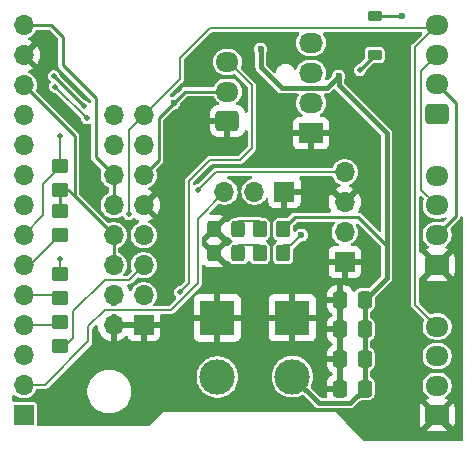
<source format=gbr>
%TF.GenerationSoftware,KiCad,Pcbnew,8.0.1*%
%TF.CreationDate,2024-09-10T20:12:53-04:00*%
%TF.ProjectId,SmartLED_Shield_Breakout,536d6172-744c-4454-945f-536869656c64,1.1*%
%TF.SameCoordinates,Original*%
%TF.FileFunction,Copper,L1,Top*%
%TF.FilePolarity,Positive*%
%FSLAX46Y46*%
G04 Gerber Fmt 4.6, Leading zero omitted, Abs format (unit mm)*
G04 Created by KiCad (PCBNEW 8.0.1) date 2024-09-10 20:12:53*
%MOMM*%
%LPD*%
G01*
G04 APERTURE LIST*
G04 Aperture macros list*
%AMRoundRect*
0 Rectangle with rounded corners*
0 $1 Rounding radius*
0 $2 $3 $4 $5 $6 $7 $8 $9 X,Y pos of 4 corners*
0 Add a 4 corners polygon primitive as box body*
4,1,4,$2,$3,$4,$5,$6,$7,$8,$9,$2,$3,0*
0 Add four circle primitives for the rounded corners*
1,1,$1+$1,$2,$3*
1,1,$1+$1,$4,$5*
1,1,$1+$1,$6,$7*
1,1,$1+$1,$8,$9*
0 Add four rect primitives between the rounded corners*
20,1,$1+$1,$2,$3,$4,$5,0*
20,1,$1+$1,$4,$5,$6,$7,0*
20,1,$1+$1,$6,$7,$8,$9,0*
20,1,$1+$1,$8,$9,$2,$3,0*%
G04 Aperture macros list end*
%TA.AperFunction,Conductor*%
%ADD10C,0.000000*%
%TD*%
%TA.AperFunction,ComponentPad*%
%ADD11RoundRect,0.250000X0.725000X-0.600000X0.725000X0.600000X-0.725000X0.600000X-0.725000X-0.600000X0*%
%TD*%
%TA.AperFunction,ComponentPad*%
%ADD12O,1.950000X1.700000*%
%TD*%
%TA.AperFunction,ComponentPad*%
%ADD13R,1.700000X1.700000*%
%TD*%
%TA.AperFunction,ComponentPad*%
%ADD14O,1.700000X1.700000*%
%TD*%
%TA.AperFunction,SMDPad,CuDef*%
%ADD15RoundRect,0.250000X0.350000X0.450000X-0.350000X0.450000X-0.350000X-0.450000X0.350000X-0.450000X0*%
%TD*%
%TA.AperFunction,SMDPad,CuDef*%
%ADD16RoundRect,0.250000X-0.325000X-0.450000X0.325000X-0.450000X0.325000X0.450000X-0.325000X0.450000X0*%
%TD*%
%TA.AperFunction,SMDPad,CuDef*%
%ADD17RoundRect,0.250000X0.450000X-0.350000X0.450000X0.350000X-0.450000X0.350000X-0.450000X-0.350000X0*%
%TD*%
%TA.AperFunction,SMDPad,CuDef*%
%ADD18RoundRect,0.225000X0.375000X-0.225000X0.375000X0.225000X-0.375000X0.225000X-0.375000X-0.225000X0*%
%TD*%
%TA.AperFunction,SMDPad,CuDef*%
%ADD19RoundRect,0.250000X0.337500X0.475000X-0.337500X0.475000X-0.337500X-0.475000X0.337500X-0.475000X0*%
%TD*%
%TA.AperFunction,SMDPad,CuDef*%
%ADD20RoundRect,0.250000X-0.450000X0.350000X-0.450000X-0.350000X0.450000X-0.350000X0.450000X0.350000X0*%
%TD*%
%TA.AperFunction,ComponentPad*%
%ADD21R,3.000000X3.000000*%
%TD*%
%TA.AperFunction,ComponentPad*%
%ADD22C,3.000000*%
%TD*%
%TA.AperFunction,ComponentPad*%
%ADD23R,2.030000X1.730000*%
%TD*%
%TA.AperFunction,ComponentPad*%
%ADD24O,2.030000X1.730000*%
%TD*%
%TA.AperFunction,ViaPad*%
%ADD25C,0.500000*%
%TD*%
%TA.AperFunction,ViaPad*%
%ADD26C,0.600000*%
%TD*%
%TA.AperFunction,Conductor*%
%ADD27C,0.254000*%
%TD*%
%TA.AperFunction,Conductor*%
%ADD28C,0.190500*%
%TD*%
%TA.AperFunction,Conductor*%
%ADD29C,0.381000*%
%TD*%
G04 APERTURE END LIST*
D10*
%TA.AperFunction,Conductor*%
%TO.N,unconnected-(T1-Pin_1-Pad1)*%
G36*
X125749990Y-125750130D02*
G01*
X124249870Y-125750130D01*
X124249870Y-124250010D01*
X125749990Y-124250010D01*
X125749990Y-125750130D01*
G37*
%TD.AperFunction*%
%TA.AperFunction,Conductor*%
G36*
X125749990Y-125750130D02*
G01*
X124249870Y-125750130D01*
X124249870Y-124250010D01*
X125749990Y-124250010D01*
X125749990Y-125750130D01*
G37*
%TD.AperFunction*%
%TD*%
D11*
%TO.P,J2,1,Pin_1*%
%TO.N,GND*%
X142255000Y-100108000D03*
D12*
%TO.P,J2,2,Pin_2*%
%TO.N,+3V3*%
X142255000Y-97608000D03*
%TO.P,J2,3,Pin_3*%
%TO.N,/A1*%
X142255000Y-95108000D03*
%TD*%
D13*
%TO.P,P1,1,Pin_1*%
%TO.N,GND*%
X135160000Y-117380000D03*
D14*
%TO.P,P1,2,Pin_2*%
X132620000Y-117380000D03*
%TO.P,P1,3,Pin_3*%
%TO.N,+3V3*%
X135160000Y-114840000D03*
%TO.P,P1,4,Pin_4*%
%TO.N,GND*%
X132620000Y-114840000D03*
%TO.P,P1,5,Pin_5*%
%TO.N,Net-(P1-Pin_5)*%
X135160000Y-112300000D03*
%TO.P,P1,6,Pin_6*%
%TO.N,+3V3*%
X132620000Y-112300000D03*
%TO.P,P1,7,Pin_7*%
%TO.N,Net-(P1-Pin_7)*%
X135160000Y-109760000D03*
%TO.P,P1,8,Pin_8*%
%TO.N,+3V3*%
X132620000Y-109760000D03*
%TO.P,P1,9,Pin_9*%
%TO.N,GND*%
X135160000Y-107220000D03*
%TO.P,P1,10,Pin_10*%
%TO.N,+5V*%
X132620000Y-107220000D03*
%TO.P,P1,11,Pin_11*%
%TO.N,+3V3*%
X135160000Y-104680000D03*
%TO.P,P1,12,Pin_12*%
%TO.N,+5V*%
X132620000Y-104680000D03*
%TO.P,P1,13,Pin_13*%
%TO.N,/SCL0*%
X135160000Y-102140000D03*
%TO.P,P1,14,Pin_14*%
%TO.N,unconnected-(P1-Pin_14-Pad14)*%
X132620000Y-102140000D03*
%TO.P,P1,15,Pin_15*%
%TO.N,/SDA0*%
X135160000Y-99600000D03*
%TO.P,P1,16,Pin_16*%
%TO.N,unconnected-(P1-Pin_16-Pad16)*%
X132620000Y-99600000D03*
%TD*%
D13*
%TO.P,J4,1,Pin_1*%
%TO.N,GND*%
X147083000Y-106096000D03*
D14*
%TO.P,J4,2,Pin_2*%
%TO.N,+3V3*%
X144543000Y-106096000D03*
%TO.P,J4,3,Pin_3*%
%TO.N,/A0*%
X142003000Y-106096000D03*
%TD*%
D11*
%TO.P,I2C1,1,Pin_1*%
%TO.N,GND*%
X160000000Y-99500000D03*
D12*
%TO.P,I2C1,2,Pin_2*%
%TO.N,+3V3*%
X160000000Y-97000000D03*
%TO.P,I2C1,3,Pin_3*%
%TO.N,/SCL0*%
X160000000Y-94500000D03*
%TO.P,I2C1,4,Pin_4*%
%TO.N,/SDA0*%
X160000000Y-92000000D03*
%TD*%
D11*
%TO.P,I2C3,1,Pin_1*%
%TO.N,GND*%
X160000000Y-125000000D03*
D12*
%TO.P,I2C3,2,Pin_2*%
%TO.N,+3V3*%
X160000000Y-122500000D03*
%TO.P,I2C3,3,Pin_3*%
%TO.N,/SCL0*%
X160000000Y-120000000D03*
%TO.P,I2C3,4,Pin_4*%
%TO.N,/SDA0*%
X160000000Y-117500000D03*
%TD*%
D15*
%TO.P,R6,1*%
%TO.N,+5V*%
X146970000Y-109252000D03*
%TO.P,R6,2*%
%TO.N,Net-(LED2-A)*%
X144970000Y-109252000D03*
%TD*%
D16*
%TO.P,LED1,1,K*%
%TO.N,GND*%
X141135000Y-111284000D03*
%TO.P,LED1,2,A*%
%TO.N,Net-(LED1-A)*%
X143185000Y-111284000D03*
%TD*%
D17*
%TO.P,R3,1*%
%TO.N,/TX4*%
X128048000Y-115078000D03*
%TO.P,R3,2*%
%TO.N,Net-(P1-Pin_7)*%
X128048000Y-113078000D03*
%TD*%
D18*
%TO.P,D1,1,K*%
%TO.N,Net-(D1-K)*%
X154718000Y-94520000D03*
%TO.P,D1,2,A*%
%TO.N,+5V*%
X154718000Y-91220000D03*
%TD*%
D13*
%TO.P,T1,1,Pin_1*%
%TO.N,unconnected-(T1-Pin_1-Pad1)*%
X125000000Y-125000000D03*
D14*
%TO.P,T1,2,Pin_2*%
%TO.N,/A0*%
X125000000Y-122460000D03*
%TO.P,T1,3,Pin_3*%
%TO.N,/A1*%
X125000000Y-119920000D03*
%TO.P,T1,4,Pin_4*%
%TO.N,/RX4*%
X125000000Y-117380000D03*
%TO.P,T1,5,Pin_5*%
%TO.N,/TX4*%
X125000000Y-114840000D03*
%TO.P,T1,6,Pin_6*%
%TO.N,/SDA0*%
X125000000Y-112300000D03*
%TO.P,T1,7,Pin_7*%
%TO.N,/SCL0*%
X125000000Y-109760000D03*
%TO.P,T1,8,Pin_8*%
%TO.N,/TIO20*%
X125000000Y-107220000D03*
%TO.P,T1,9,Pin_9*%
%TO.N,/TIO21*%
X125000000Y-104680000D03*
%TO.P,T1,10,Pin_10*%
%TO.N,/TIO22*%
X125000000Y-102140000D03*
%TO.P,T1,11,Pin_11*%
%TO.N,/TIO23*%
X125000000Y-99600000D03*
%TO.P,T1,12,Pin_12*%
%TO.N,+3V3*%
X125000000Y-97060000D03*
%TO.P,T1,13,Pin_13*%
%TO.N,GND*%
X125000000Y-94520000D03*
%TO.P,T1,14,Pin_14*%
%TO.N,+5V*%
X125000000Y-91980000D03*
%TD*%
D15*
%TO.P,R5,1*%
%TO.N,+3V3*%
X146970000Y-111284000D03*
%TO.P,R5,2*%
%TO.N,Net-(LED1-A)*%
X144970000Y-111284000D03*
%TD*%
D19*
%TO.P,C4,1*%
%TO.N,+5V*%
X153865500Y-115250000D03*
%TO.P,C4,2*%
%TO.N,GND*%
X151790500Y-115250000D03*
%TD*%
%TO.P,C3,1*%
%TO.N,+5V*%
X153865500Y-117750000D03*
%TO.P,C3,2*%
%TO.N,GND*%
X151790500Y-117750000D03*
%TD*%
D20*
%TO.P,R4,1*%
%TO.N,/RX4*%
X128048000Y-117142000D03*
%TO.P,R4,2*%
%TO.N,Net-(P1-Pin_5)*%
X128048000Y-119142000D03*
%TD*%
D21*
%TO.P,LEDPWR1,1,Pin_1*%
%TO.N,GND*%
X141398000Y-116766000D03*
D22*
%TO.P,LEDPWR1,2,Pin_2*%
%TO.N,+5V*%
X141398000Y-121766000D03*
%TD*%
D11*
%TO.P,I2C2,1,Pin_1*%
%TO.N,GND*%
X160000000Y-112250000D03*
D12*
%TO.P,I2C2,2,Pin_2*%
%TO.N,+3V3*%
X160000000Y-109750000D03*
%TO.P,I2C2,3,Pin_3*%
%TO.N,/SCL0*%
X160000000Y-107250000D03*
%TO.P,I2C2,4,Pin_4*%
%TO.N,/SDA0*%
X160000000Y-104750000D03*
%TD*%
D19*
%TO.P,C2,1*%
%TO.N,+5V*%
X153865500Y-120250000D03*
%TO.P,C2,2*%
%TO.N,GND*%
X151790500Y-120250000D03*
%TD*%
D16*
%TO.P,LED2,1,K*%
%TO.N,GND*%
X141135000Y-109252000D03*
%TO.P,LED2,2,A*%
%TO.N,Net-(LED2-A)*%
X143185000Y-109252000D03*
%TD*%
D17*
%TO.P,R2,1*%
%TO.N,/SDA0*%
X128048000Y-109744000D03*
%TO.P,R2,2*%
%TO.N,+3V3*%
X128048000Y-107744000D03*
%TD*%
D20*
%TO.P,R1,1*%
%TO.N,/SCL0*%
X128048000Y-103900000D03*
%TO.P,R1,2*%
%TO.N,+3V3*%
X128048000Y-105900000D03*
%TD*%
D19*
%TO.P,C1,1*%
%TO.N,+5V*%
X153865500Y-122750000D03*
%TO.P,C1,2*%
%TO.N,GND*%
X151790500Y-122750000D03*
%TD*%
D23*
%TO.P,J1,1,Pin_1*%
%TO.N,GND*%
X149338000Y-101124000D03*
D24*
%TO.P,J1,2,Pin_2*%
%TO.N,Net-(D1-K)*%
X149338000Y-98584000D03*
%TO.P,J1,3,Pin_3*%
%TO.N,/TIO22*%
X149338000Y-96044000D03*
%TO.P,J1,4,Pin_4*%
%TO.N,/TIO23*%
X149338000Y-93504000D03*
%TD*%
D13*
%TO.P,B1,1,Pin_1*%
%TO.N,GND*%
X152178000Y-112046000D03*
D14*
%TO.P,B1,2,Pin_2*%
%TO.N,/TIO21*%
X152178000Y-109506000D03*
%TO.P,B1,3,Pin_3*%
%TO.N,GND*%
X152178000Y-106966000D03*
%TO.P,B1,4,Pin_4*%
%TO.N,/TIO20*%
X152178000Y-104426000D03*
%TD*%
D21*
%TO.P,BCKPWR1,1,Pin_1*%
%TO.N,GND*%
X147750000Y-116750000D03*
D22*
%TO.P,BCKPWR1,2,Pin_2*%
%TO.N,+5V*%
X147750000Y-121750000D03*
%TD*%
D25*
%TO.N,GND*%
X154718000Y-107220000D03*
X154718000Y-103410000D03*
X155988000Y-114840000D03*
%TO.N,/SDA0*%
X133890000Y-107982000D03*
%TO.N,/SCL0*%
X128048000Y-101378000D03*
D26*
%TO.N,+3V3*%
X137700000Y-98584000D03*
X148510000Y-109750000D03*
D25*
%TO.N,/TIO20*%
X139732000Y-105950000D03*
%TO.N,/A1*%
X138208000Y-114586000D03*
%TO.N,/TIO23*%
X127540000Y-96298000D03*
X130080000Y-98838000D03*
D26*
%TO.N,+5V*%
X151670000Y-96298000D03*
X157004000Y-91218000D03*
X145066000Y-94012000D03*
D25*
%TO.N,/TIO22*%
X130334000Y-99854000D03*
X127667000Y-97187000D03*
%TO.N,Net-(P1-Pin_7)*%
X128048000Y-111792000D03*
%TO.N,Net-(D1-K)*%
X153448000Y-95790000D03*
%TD*%
D27*
%TO.N,+5V*%
X154720000Y-91218000D02*
X154718000Y-91220000D01*
X157004000Y-91218000D02*
X154720000Y-91218000D01*
X154974000Y-90964000D02*
X154718000Y-91220000D01*
D28*
%TO.N,/A1*%
X143288000Y-103410000D02*
X144304000Y-102394000D01*
X140748000Y-103410000D02*
X143288000Y-103410000D01*
X138970000Y-105188000D02*
X140748000Y-103410000D01*
X144304000Y-97060000D02*
X142352000Y-95108000D01*
X142352000Y-95108000D02*
X142255000Y-95108000D01*
X138208000Y-114586000D02*
X138970000Y-113824000D01*
X138970000Y-113824000D02*
X138970000Y-105188000D01*
X144304000Y-102394000D02*
X144304000Y-97060000D01*
%TO.N,/TIO20*%
X139732000Y-105950000D02*
X141256000Y-104426000D01*
X141256000Y-104426000D02*
X152178000Y-104426000D01*
D27*
%TO.N,Net-(D1-K)*%
X153448000Y-95790000D02*
X154718000Y-94520000D01*
D28*
%TO.N,/SDA0*%
X159766000Y-92234000D02*
X160000000Y-92000000D01*
X135160000Y-99600000D02*
X138208000Y-96552000D01*
X160000000Y-117500000D02*
X158162000Y-115662000D01*
X158162000Y-115662000D02*
X158162000Y-93838000D01*
X133890000Y-107982000D02*
X133890000Y-100870000D01*
X158162000Y-93838000D02*
X160000000Y-92000000D01*
X133890000Y-100870000D02*
X135160000Y-99600000D01*
X138208000Y-94774000D02*
X140748000Y-92234000D01*
X125550000Y-112300000D02*
X128000000Y-109850000D01*
X138208000Y-96552000D02*
X138208000Y-94774000D01*
X140748000Y-92234000D02*
X159766000Y-92234000D01*
%TO.N,/SCL0*%
X125000000Y-109760000D02*
X126666000Y-108094000D01*
X158670000Y-95830000D02*
X158670000Y-105920000D01*
X126666000Y-108094000D02*
X126666000Y-105424000D01*
X126666000Y-105424000D02*
X128190000Y-103900000D01*
X128048000Y-101378000D02*
X128048000Y-103900000D01*
X160000000Y-94500000D02*
X158670000Y-95830000D01*
X158670000Y-105920000D02*
X160000000Y-107250000D01*
D27*
%TO.N,+3V3*%
X138676000Y-97608000D02*
X142255000Y-97608000D01*
X160000000Y-97000000D02*
X161576000Y-98576000D01*
X161576000Y-98576000D02*
X161576000Y-108174000D01*
X136430000Y-103410000D02*
X135160000Y-104680000D01*
X137700000Y-98584000D02*
X138676000Y-97608000D01*
X132620000Y-109760000D02*
X132620000Y-112300000D01*
X136430000Y-99854000D02*
X136430000Y-103410000D01*
X161576000Y-108174000D02*
X160000000Y-109750000D01*
D28*
X147630000Y-110630000D02*
X148510000Y-109750000D01*
D27*
X128048000Y-105900000D02*
X128048000Y-107744000D01*
X125000000Y-97060000D02*
X129318000Y-101378000D01*
X137700000Y-98584000D02*
X136430000Y-99854000D01*
X128760000Y-105900000D02*
X129318000Y-106458000D01*
D28*
X146970000Y-110630000D02*
X147630000Y-110630000D01*
D27*
X128048000Y-105900000D02*
X128760000Y-105900000D01*
X129318000Y-101378000D02*
X129318000Y-106458000D01*
X129318000Y-106458000D02*
X132620000Y-109760000D01*
D28*
%TO.N,/RX4*%
X125000000Y-117380000D02*
X127810000Y-117380000D01*
%TO.N,/TX4*%
X125000000Y-114840000D02*
X127810000Y-114840000D01*
D27*
%TO.N,/TIO23*%
X130080000Y-98838000D02*
X127540000Y-96298000D01*
D28*
%TO.N,/A0*%
X130476000Y-118758000D02*
X130476000Y-117488000D01*
X131854000Y-116110000D02*
X137446000Y-116110000D01*
X139732000Y-113824000D02*
X139732000Y-108367000D01*
X125000000Y-122460000D02*
X126774000Y-122460000D01*
X137446000Y-116110000D02*
X139732000Y-113824000D01*
X139732000Y-108367000D02*
X142003000Y-106096000D01*
X126774000Y-122460000D02*
X130476000Y-118758000D01*
X130476000Y-117488000D02*
X131854000Y-116110000D01*
D27*
%TO.N,+5V*%
X128317000Y-92977000D02*
X127320000Y-91980000D01*
D29*
X153865500Y-115250000D02*
X155734000Y-113381500D01*
X153865500Y-115250000D02*
X153865500Y-122750000D01*
X145066000Y-94012000D02*
X145066000Y-95536000D01*
D27*
X147986000Y-108236000D02*
X146970000Y-109252000D01*
X128317000Y-95390000D02*
X128317000Y-92977000D01*
D29*
X155734000Y-101124000D02*
X153956000Y-99346000D01*
X155734000Y-110682500D02*
X155734000Y-111792000D01*
X150654000Y-97314000D02*
X151670000Y-96298000D01*
X155734000Y-113381500D02*
X155734000Y-111792000D01*
D27*
X153287500Y-108236000D02*
X155734000Y-110682500D01*
D29*
X152650500Y-123965000D02*
X153865500Y-122750000D01*
X151670000Y-97060000D02*
X151670000Y-96298000D01*
D27*
X128317000Y-95390000D02*
X131096000Y-98169000D01*
D29*
X155734000Y-111792000D02*
X155734000Y-101124000D01*
X153956000Y-99346000D02*
X151670000Y-97060000D01*
D27*
X131096000Y-103156000D02*
X131096000Y-98169000D01*
X132620000Y-104680000D02*
X131096000Y-103156000D01*
D29*
X147750000Y-121750000D02*
X149965000Y-123965000D01*
D27*
X132620000Y-104680000D02*
X132620000Y-107220000D01*
X127320000Y-91980000D02*
X125000000Y-91980000D01*
D29*
X145066000Y-95536000D02*
X146844000Y-97314000D01*
D27*
X153287500Y-108236000D02*
X147986000Y-108236000D01*
D29*
X146844000Y-97314000D02*
X150654000Y-97314000D01*
X149965000Y-123965000D02*
X152650500Y-123965000D01*
D28*
%TO.N,/TIO22*%
X130334000Y-99854000D02*
X127667000Y-97187000D01*
%TO.N,Net-(LED1-A)*%
X144970000Y-110630000D02*
X143185000Y-110630000D01*
%TO.N,Net-(LED2-A)*%
X143185000Y-108598000D02*
X144970000Y-108598000D01*
%TO.N,Net-(P1-Pin_7)*%
X128048000Y-111792000D02*
X128048000Y-113078000D01*
%TO.N,Net-(P1-Pin_5)*%
X131858000Y-113570000D02*
X129206000Y-116222000D01*
X129206000Y-118504000D02*
X128610000Y-119100000D01*
X129206000Y-116222000D02*
X129206000Y-118504000D01*
X133890000Y-113570000D02*
X131858000Y-113570000D01*
X135160000Y-112300000D02*
X133890000Y-113570000D01*
%TD*%
%TA.AperFunction,Conductor*%
%TO.N,GND*%
G36*
X148293655Y-92603752D02*
G01*
X148340148Y-92657408D01*
X148350252Y-92727682D01*
X148327471Y-92783809D01*
X148284855Y-92842465D01*
X148230517Y-92917254D01*
X148150519Y-93074259D01*
X148150516Y-93074265D01*
X148098632Y-93233951D01*
X148096066Y-93241850D01*
X148068500Y-93415893D01*
X148068500Y-93592107D01*
X148096066Y-93766150D01*
X148096067Y-93766153D01*
X148146416Y-93921116D01*
X148150518Y-93933739D01*
X148230517Y-94090746D01*
X148251700Y-94119901D01*
X148334094Y-94233307D01*
X148458692Y-94357905D01*
X148458695Y-94357907D01*
X148601254Y-94461483D01*
X148758261Y-94541482D01*
X148925850Y-94595934D01*
X149099893Y-94623500D01*
X149099896Y-94623500D01*
X149576104Y-94623500D01*
X149576107Y-94623500D01*
X149750150Y-94595934D01*
X149917739Y-94541482D01*
X150074746Y-94461483D01*
X150217305Y-94357907D01*
X150341907Y-94233305D01*
X150445483Y-94090746D01*
X150525482Y-93933739D01*
X150579934Y-93766150D01*
X150607500Y-93592107D01*
X150607500Y-93415893D01*
X150579934Y-93241850D01*
X150525482Y-93074261D01*
X150445483Y-92917254D01*
X150348529Y-92783809D01*
X150324672Y-92716944D01*
X150340752Y-92647792D01*
X150391665Y-92598312D01*
X150450466Y-92583750D01*
X158617438Y-92583750D01*
X158685559Y-92603752D01*
X158732052Y-92657408D01*
X158742156Y-92727682D01*
X158712662Y-92792262D01*
X158706533Y-92798845D01*
X157947250Y-93558128D01*
X157947248Y-93558130D01*
X157919119Y-93586259D01*
X157882130Y-93623247D01*
X157874097Y-93637160D01*
X157862335Y-93657535D01*
X157836083Y-93703003D01*
X157812249Y-93791951D01*
X157812249Y-93894195D01*
X157812250Y-93894208D01*
X157812250Y-115608220D01*
X157812249Y-115608238D01*
X157812249Y-115708048D01*
X157836083Y-115796995D01*
X157836084Y-115796998D01*
X157852937Y-115826189D01*
X157882127Y-115876748D01*
X157882135Y-115876758D01*
X157954418Y-115949041D01*
X157954431Y-115949052D01*
X158864316Y-116858938D01*
X158898340Y-116921248D01*
X158893275Y-116992064D01*
X158887487Y-117005232D01*
X158879963Y-117020000D01*
X158851420Y-117076019D01*
X158851419Y-117076021D01*
X158851419Y-117076022D01*
X158797698Y-117241357D01*
X158797697Y-117241360D01*
X158797697Y-117241362D01*
X158770500Y-117413074D01*
X158770500Y-117586926D01*
X158786352Y-117687007D01*
X158797698Y-117758642D01*
X158837129Y-117880000D01*
X158851420Y-117923981D01*
X158930347Y-118078884D01*
X158930349Y-118078887D01*
X159032536Y-118219535D01*
X159155464Y-118342463D01*
X159206195Y-118379321D01*
X159296116Y-118444653D01*
X159451019Y-118523580D01*
X159616362Y-118577303D01*
X159788074Y-118604500D01*
X159788077Y-118604500D01*
X160211923Y-118604500D01*
X160211926Y-118604500D01*
X160383638Y-118577303D01*
X160548981Y-118523580D01*
X160703884Y-118444653D01*
X160844533Y-118342465D01*
X160967465Y-118219533D01*
X161069653Y-118078884D01*
X161148580Y-117923981D01*
X161202303Y-117758638D01*
X161229500Y-117586926D01*
X161229500Y-117413074D01*
X161202303Y-117241362D01*
X161148580Y-117076019D01*
X161069653Y-116921116D01*
X161009732Y-116838642D01*
X160967463Y-116780464D01*
X160844535Y-116657536D01*
X160703887Y-116555349D01*
X160703886Y-116555348D01*
X160703884Y-116555347D01*
X160548981Y-116476420D01*
X160548978Y-116476419D01*
X160548976Y-116476418D01*
X160383642Y-116422698D01*
X160383640Y-116422697D01*
X160383638Y-116422697D01*
X160211926Y-116395500D01*
X159788074Y-116395500D01*
X159616362Y-116422697D01*
X159539563Y-116447650D01*
X159468595Y-116449676D01*
X159411533Y-116416911D01*
X158548655Y-115554033D01*
X158514629Y-115491721D01*
X158511750Y-115464938D01*
X158511750Y-113383175D01*
X158531752Y-113315054D01*
X158585408Y-113268561D01*
X158629101Y-113261688D01*
X159536253Y-112354535D01*
X159557370Y-112433343D01*
X159619905Y-112541657D01*
X159708343Y-112630095D01*
X159816657Y-112692630D01*
X159895463Y-112713745D01*
X159038909Y-113570298D01*
X159038910Y-113570299D01*
X159120669Y-113597392D01*
X159120681Y-113597394D01*
X159224483Y-113607999D01*
X159224483Y-113608000D01*
X160775517Y-113608000D01*
X160775516Y-113607999D01*
X160879319Y-113597394D01*
X160879328Y-113597392D01*
X160961088Y-113570299D01*
X160961089Y-113570298D01*
X160104536Y-112713745D01*
X160183343Y-112692630D01*
X160291657Y-112630095D01*
X160380095Y-112541657D01*
X160442630Y-112433343D01*
X160463745Y-112354536D01*
X161365184Y-113255975D01*
X161416657Y-113172525D01*
X161472393Y-113004321D01*
X161472394Y-113004318D01*
X161482999Y-112900516D01*
X161483000Y-112900516D01*
X161483000Y-111599483D01*
X161472394Y-111495681D01*
X161472393Y-111495678D01*
X161416656Y-111327472D01*
X161365185Y-111244024D01*
X161365184Y-111244023D01*
X160463745Y-112145462D01*
X160442630Y-112066657D01*
X160380095Y-111958343D01*
X160291657Y-111869905D01*
X160183343Y-111807370D01*
X160104536Y-111786254D01*
X160961088Y-110929701D01*
X160961088Y-110929700D01*
X160879324Y-110902606D01*
X160879318Y-110902605D01*
X160802540Y-110894761D01*
X160736805Y-110867939D01*
X160696007Y-110809836D01*
X160693098Y-110738899D01*
X160729002Y-110677650D01*
X160741278Y-110667483D01*
X160844533Y-110592465D01*
X160967465Y-110469533D01*
X161069653Y-110328884D01*
X161148580Y-110173981D01*
X161202303Y-110008638D01*
X161229500Y-109836926D01*
X161229500Y-109663074D01*
X161202303Y-109491362D01*
X161148580Y-109326019D01*
X161148576Y-109326011D01*
X161127669Y-109284978D01*
X161114565Y-109215201D01*
X161141266Y-109149417D01*
X161150832Y-109138689D01*
X161799871Y-108489649D01*
X161799881Y-108489642D01*
X161881270Y-108408253D01*
X161881276Y-108408247D01*
X161923209Y-108335617D01*
X161931501Y-108321255D01*
X161931502Y-108321253D01*
X161951788Y-108245542D01*
X161988740Y-108184921D01*
X162052601Y-108153900D01*
X162123095Y-108162328D01*
X162177842Y-108207531D01*
X162199459Y-108275157D01*
X162199495Y-108278155D01*
X162199490Y-127073500D01*
X162179488Y-127141621D01*
X162125832Y-127188114D01*
X162073490Y-127199500D01*
X153926661Y-127199500D01*
X153858540Y-127179498D01*
X153837566Y-127162595D01*
X152325488Y-125650516D01*
X158517000Y-125650516D01*
X158527605Y-125754318D01*
X158527606Y-125754321D01*
X158583344Y-125922529D01*
X158634813Y-126005974D01*
X158634814Y-126005975D01*
X159536253Y-125104535D01*
X159557370Y-125183343D01*
X159619905Y-125291657D01*
X159708343Y-125380095D01*
X159816657Y-125442630D01*
X159895463Y-125463745D01*
X159038909Y-126320298D01*
X159038910Y-126320299D01*
X159120669Y-126347392D01*
X159120681Y-126347394D01*
X159224483Y-126357999D01*
X159224483Y-126358000D01*
X160775517Y-126358000D01*
X160775516Y-126357999D01*
X160879319Y-126347394D01*
X160879328Y-126347392D01*
X160961088Y-126320299D01*
X160961089Y-126320298D01*
X160104536Y-125463745D01*
X160183343Y-125442630D01*
X160291657Y-125380095D01*
X160380095Y-125291657D01*
X160442630Y-125183343D01*
X160463745Y-125104536D01*
X161365184Y-126005975D01*
X161416657Y-125922525D01*
X161472393Y-125754321D01*
X161472394Y-125754318D01*
X161482999Y-125650516D01*
X161483000Y-125650516D01*
X161483000Y-124349483D01*
X161472394Y-124245681D01*
X161472393Y-124245678D01*
X161416656Y-124077472D01*
X161365185Y-123994024D01*
X161365184Y-123994023D01*
X160463745Y-124895462D01*
X160442630Y-124816657D01*
X160380095Y-124708343D01*
X160291657Y-124619905D01*
X160183343Y-124557370D01*
X160104536Y-124536254D01*
X160961088Y-123679701D01*
X160961088Y-123679700D01*
X160879324Y-123652606D01*
X160879318Y-123652605D01*
X160802540Y-123644761D01*
X160736805Y-123617939D01*
X160696007Y-123559836D01*
X160693098Y-123488899D01*
X160729002Y-123427650D01*
X160741278Y-123417483D01*
X160844533Y-123342465D01*
X160967465Y-123219533D01*
X161069653Y-123078884D01*
X161148580Y-122923981D01*
X161202303Y-122758638D01*
X161229500Y-122586926D01*
X161229500Y-122413074D01*
X161202303Y-122241362D01*
X161148580Y-122076019D01*
X161069653Y-121921116D01*
X161034592Y-121872859D01*
X160967463Y-121780464D01*
X160844535Y-121657536D01*
X160703887Y-121555349D01*
X160703886Y-121555348D01*
X160703884Y-121555347D01*
X160548981Y-121476420D01*
X160548978Y-121476419D01*
X160548976Y-121476418D01*
X160383642Y-121422698D01*
X160383640Y-121422697D01*
X160383638Y-121422697D01*
X160211926Y-121395500D01*
X159788074Y-121395500D01*
X159616362Y-121422697D01*
X159616360Y-121422697D01*
X159616357Y-121422698D01*
X159451023Y-121476418D01*
X159451017Y-121476421D01*
X159296112Y-121555349D01*
X159155464Y-121657536D01*
X159032536Y-121780464D01*
X158930349Y-121921112D01*
X158851421Y-122076017D01*
X158851418Y-122076023D01*
X158797698Y-122241357D01*
X158797697Y-122241360D01*
X158797697Y-122241362D01*
X158770500Y-122413074D01*
X158770500Y-122586926D01*
X158797697Y-122758638D01*
X158797697Y-122758640D01*
X158797698Y-122758642D01*
X158836995Y-122879587D01*
X158851420Y-122923981D01*
X158912540Y-123043935D01*
X158930349Y-123078887D01*
X159032536Y-123219535D01*
X159155464Y-123342463D01*
X159258713Y-123417478D01*
X159302067Y-123473701D01*
X159308142Y-123544437D01*
X159275010Y-123607228D01*
X159213190Y-123642140D01*
X159197459Y-123644761D01*
X159120679Y-123652605D01*
X159038910Y-123679700D01*
X159038910Y-123679701D01*
X159895463Y-124536254D01*
X159816657Y-124557370D01*
X159708343Y-124619905D01*
X159619905Y-124708343D01*
X159557370Y-124816657D01*
X159536254Y-124895463D01*
X158634814Y-123994023D01*
X158583342Y-124077474D01*
X158527606Y-124245678D01*
X158527605Y-124245681D01*
X158517000Y-124349483D01*
X158517000Y-125650516D01*
X152325488Y-125650516D01*
X151434517Y-124759545D01*
X151434513Y-124759542D01*
X151434511Y-124759540D01*
X151365989Y-124719979D01*
X151365988Y-124719978D01*
X151365985Y-124719977D01*
X151289565Y-124699500D01*
X151289562Y-124699500D01*
X136960438Y-124699500D01*
X136960434Y-124699500D01*
X136884014Y-124719977D01*
X136815490Y-124759539D01*
X136815482Y-124759545D01*
X135662434Y-125912595D01*
X135600122Y-125946620D01*
X135573339Y-125949500D01*
X126230500Y-125949500D01*
X126162379Y-125929498D01*
X126115886Y-125875842D01*
X126104500Y-125823500D01*
X126104499Y-124124936D01*
X126104498Y-124124926D01*
X126089734Y-124050699D01*
X126033483Y-123966515D01*
X125949302Y-123910266D01*
X125875069Y-123895500D01*
X124176500Y-123895500D01*
X124108379Y-123875498D01*
X124061886Y-123821842D01*
X124050500Y-123769500D01*
X124050500Y-123374349D01*
X124070502Y-123306228D01*
X124124158Y-123259735D01*
X124194432Y-123249631D01*
X124259012Y-123279125D01*
X124261386Y-123281234D01*
X124331536Y-123345185D01*
X124505566Y-123452940D01*
X124505568Y-123452940D01*
X124505573Y-123452944D01*
X124696444Y-123526888D01*
X124897653Y-123564500D01*
X124897655Y-123564500D01*
X125102345Y-123564500D01*
X125102347Y-123564500D01*
X125303556Y-123526888D01*
X125494427Y-123452944D01*
X125668462Y-123345186D01*
X125819732Y-123207285D01*
X125884474Y-123121552D01*
X130395500Y-123121552D01*
X130427229Y-123362563D01*
X130427230Y-123362569D01*
X130427231Y-123362571D01*
X130490150Y-123597388D01*
X130583181Y-123821984D01*
X130583182Y-123821985D01*
X130583187Y-123821996D01*
X130704728Y-124032512D01*
X130704732Y-124032518D01*
X130852714Y-124225371D01*
X130852733Y-124225392D01*
X131024607Y-124397266D01*
X131024628Y-124397285D01*
X131217481Y-124545267D01*
X131217487Y-124545271D01*
X131428003Y-124666812D01*
X131428007Y-124666813D01*
X131428016Y-124666819D01*
X131652612Y-124759850D01*
X131887429Y-124822769D01*
X131887435Y-124822769D01*
X131887436Y-124822770D01*
X131915093Y-124826411D01*
X132128450Y-124854500D01*
X132128457Y-124854500D01*
X132371543Y-124854500D01*
X132371550Y-124854500D01*
X132612571Y-124822769D01*
X132847388Y-124759850D01*
X133071984Y-124666819D01*
X133282516Y-124545269D01*
X133475380Y-124397278D01*
X133647278Y-124225380D01*
X133795269Y-124032516D01*
X133916819Y-123821984D01*
X134009850Y-123597388D01*
X134072769Y-123362571D01*
X134104500Y-123121550D01*
X134104500Y-122878450D01*
X134072769Y-122637429D01*
X134009850Y-122402612D01*
X133916819Y-122178016D01*
X133916813Y-122178007D01*
X133916812Y-122178003D01*
X133795271Y-121967487D01*
X133795267Y-121967481D01*
X133647285Y-121774628D01*
X133647266Y-121774607D01*
X133638659Y-121766000D01*
X139638580Y-121766000D01*
X139658231Y-122028231D01*
X139716746Y-122284599D01*
X139716747Y-122284602D01*
X139812813Y-122529377D01*
X139812815Y-122529381D01*
X139944296Y-122757113D01*
X139944298Y-122757116D01*
X139944299Y-122757117D01*
X139986273Y-122809751D01*
X140108257Y-122962714D01*
X140250426Y-123094626D01*
X140301020Y-123141570D01*
X140301026Y-123141574D01*
X140518280Y-123289696D01*
X140518287Y-123289700D01*
X140518290Y-123289702D01*
X140755212Y-123403798D01*
X140954622Y-123465308D01*
X141006485Y-123481306D01*
X141006492Y-123481308D01*
X141266518Y-123520500D01*
X141266522Y-123520500D01*
X141529478Y-123520500D01*
X141529482Y-123520500D01*
X141789508Y-123481308D01*
X142040788Y-123403798D01*
X142277710Y-123289702D01*
X142494980Y-123141570D01*
X142687746Y-122962710D01*
X142851701Y-122757117D01*
X142983183Y-122529384D01*
X142989464Y-122513382D01*
X143079252Y-122284602D01*
X143079254Y-122284598D01*
X143137769Y-122028228D01*
X143157420Y-121766000D01*
X143137769Y-121503772D01*
X143079254Y-121247402D01*
X143059998Y-121198339D01*
X142983186Y-121002622D01*
X142983184Y-121002618D01*
X142973946Y-120986618D01*
X142917961Y-120889649D01*
X142851703Y-120774886D01*
X142850402Y-120773255D01*
X142687746Y-120569290D01*
X142687745Y-120569289D01*
X142687742Y-120569285D01*
X142531141Y-120423982D01*
X142494980Y-120390430D01*
X142471520Y-120374435D01*
X142277719Y-120242303D01*
X142277712Y-120242299D01*
X142040793Y-120128204D01*
X142040790Y-120128203D01*
X142040788Y-120128202D01*
X141952896Y-120101090D01*
X141789514Y-120050693D01*
X141789509Y-120050692D01*
X141789508Y-120050692D01*
X141529482Y-120011500D01*
X141266518Y-120011500D01*
X141006492Y-120050692D01*
X141006491Y-120050692D01*
X141006485Y-120050693D01*
X140807082Y-120112202D01*
X140769422Y-120123819D01*
X140755206Y-120128204D01*
X140518287Y-120242299D01*
X140518280Y-120242303D01*
X140301026Y-120390425D01*
X140301014Y-120390435D01*
X140108257Y-120569285D01*
X139944296Y-120774886D01*
X139812815Y-121002618D01*
X139812813Y-121002622D01*
X139716747Y-121247397D01*
X139716746Y-121247400D01*
X139658231Y-121503768D01*
X139638580Y-121766000D01*
X133638659Y-121766000D01*
X133475392Y-121602733D01*
X133475371Y-121602714D01*
X133282518Y-121454732D01*
X133282512Y-121454728D01*
X133071996Y-121333187D01*
X133071988Y-121333183D01*
X133071984Y-121333181D01*
X132847388Y-121240150D01*
X132612571Y-121177231D01*
X132612569Y-121177230D01*
X132612563Y-121177229D01*
X132371552Y-121145500D01*
X132371550Y-121145500D01*
X132128450Y-121145500D01*
X132128447Y-121145500D01*
X131887436Y-121177229D01*
X131685279Y-121231397D01*
X131652612Y-121240150D01*
X131451065Y-121323634D01*
X131428014Y-121333182D01*
X131428003Y-121333187D01*
X131217487Y-121454728D01*
X131217481Y-121454732D01*
X131024628Y-121602714D01*
X131024607Y-121602733D01*
X130852733Y-121774607D01*
X130852714Y-121774628D01*
X130704732Y-121967481D01*
X130704728Y-121967487D01*
X130583187Y-122178003D01*
X130583182Y-122178014D01*
X130583181Y-122178016D01*
X130490150Y-122402612D01*
X130427229Y-122637436D01*
X130395500Y-122878447D01*
X130395500Y-123121552D01*
X125884474Y-123121552D01*
X125943088Y-123043935D01*
X125943089Y-123043931D01*
X125943091Y-123043930D01*
X126024925Y-122879587D01*
X126073194Y-122827523D01*
X126137715Y-122809750D01*
X126720221Y-122809750D01*
X126720237Y-122809751D01*
X126727955Y-122809751D01*
X126820045Y-122809751D01*
X126908999Y-122785915D01*
X126956244Y-122758638D01*
X126988752Y-122739870D01*
X127053870Y-122674752D01*
X127064235Y-122664387D01*
X127064241Y-122664378D01*
X130755870Y-118972752D01*
X130801915Y-118892998D01*
X130825751Y-118804045D01*
X130825751Y-118711954D01*
X130825751Y-118704237D01*
X130825750Y-118704219D01*
X130825750Y-117685061D01*
X130845752Y-117616940D01*
X130862655Y-117595966D01*
X131051453Y-117407168D01*
X131113765Y-117373142D01*
X131184580Y-117378207D01*
X131241416Y-117420754D01*
X131266118Y-117485858D01*
X131275932Y-117604292D01*
X131331176Y-117822449D01*
X131331179Y-117822456D01*
X131421580Y-118028548D01*
X131544674Y-118216958D01*
X131697097Y-118382534D01*
X131874698Y-118520767D01*
X131874699Y-118520768D01*
X132072628Y-118627882D01*
X132072630Y-118627883D01*
X132285483Y-118700955D01*
X132285492Y-118700957D01*
X132366000Y-118714391D01*
X132366000Y-117810702D01*
X132427007Y-117845925D01*
X132554174Y-117880000D01*
X132685826Y-117880000D01*
X132812993Y-117845925D01*
X132874000Y-117810702D01*
X132874000Y-118714390D01*
X132954507Y-118700957D01*
X132954516Y-118700955D01*
X133167369Y-118627883D01*
X133167371Y-118627882D01*
X133365300Y-118520768D01*
X133365301Y-118520767D01*
X133542902Y-118382534D01*
X133604426Y-118315700D01*
X133665279Y-118279128D01*
X133736243Y-118281261D01*
X133794789Y-118321422D01*
X133815185Y-118357003D01*
X133859556Y-118475966D01*
X133947095Y-118592904D01*
X134064034Y-118680444D01*
X134200906Y-118731494D01*
X134261402Y-118737999D01*
X134261415Y-118738000D01*
X134906000Y-118738000D01*
X134906000Y-117810702D01*
X134967007Y-117845925D01*
X135094174Y-117880000D01*
X135225826Y-117880000D01*
X135352993Y-117845925D01*
X135414000Y-117810702D01*
X135414000Y-118738000D01*
X136058585Y-118738000D01*
X136058597Y-118737999D01*
X136119093Y-118731494D01*
X136255964Y-118680444D01*
X136255965Y-118680444D01*
X136372904Y-118592904D01*
X136460444Y-118475965D01*
X136460444Y-118475964D01*
X136511494Y-118339093D01*
X136514128Y-118314597D01*
X139390000Y-118314597D01*
X139396505Y-118375093D01*
X139447555Y-118511964D01*
X139447555Y-118511965D01*
X139535095Y-118628904D01*
X139652034Y-118716444D01*
X139788906Y-118767494D01*
X139849402Y-118773999D01*
X139849415Y-118774000D01*
X141144000Y-118774000D01*
X141144000Y-117633108D01*
X141309358Y-117666000D01*
X141486642Y-117666000D01*
X141652000Y-117633108D01*
X141652000Y-118774000D01*
X142946585Y-118774000D01*
X142946597Y-118773999D01*
X143007093Y-118767494D01*
X143143964Y-118716444D01*
X143143965Y-118716444D01*
X143260904Y-118628904D01*
X143348444Y-118511965D01*
X143348444Y-118511964D01*
X143399494Y-118375093D01*
X143405999Y-118314597D01*
X143406000Y-118314585D01*
X143406000Y-118298597D01*
X145742000Y-118298597D01*
X145748505Y-118359093D01*
X145799555Y-118495964D01*
X145799555Y-118495965D01*
X145887095Y-118612904D01*
X146004034Y-118700444D01*
X146140906Y-118751494D01*
X146201402Y-118757999D01*
X146201415Y-118758000D01*
X147496000Y-118758000D01*
X147496000Y-117617108D01*
X147661358Y-117650000D01*
X147838642Y-117650000D01*
X148004000Y-117617108D01*
X148004000Y-118758000D01*
X149298585Y-118758000D01*
X149298597Y-118757999D01*
X149359093Y-118751494D01*
X149495964Y-118700444D01*
X149495965Y-118700444D01*
X149612904Y-118612904D01*
X149700444Y-118495965D01*
X149700444Y-118495964D01*
X149751494Y-118359093D01*
X149757999Y-118298597D01*
X149758000Y-118298585D01*
X149758000Y-118004000D01*
X150695000Y-118004000D01*
X150695000Y-118275516D01*
X150705605Y-118379318D01*
X150705606Y-118379321D01*
X150761342Y-118547525D01*
X150854365Y-118698339D01*
X150854370Y-118698345D01*
X150979654Y-118823629D01*
X150979660Y-118823634D01*
X151091729Y-118892759D01*
X151139207Y-118945545D01*
X151150610Y-119015620D01*
X151122318Y-119080736D01*
X151091729Y-119107241D01*
X150979660Y-119176365D01*
X150979654Y-119176370D01*
X150854370Y-119301654D01*
X150854365Y-119301660D01*
X150761342Y-119452474D01*
X150705606Y-119620678D01*
X150705605Y-119620681D01*
X150695000Y-119724483D01*
X150695000Y-119996000D01*
X151536500Y-119996000D01*
X151536500Y-118004000D01*
X150695000Y-118004000D01*
X149758000Y-118004000D01*
X149758000Y-117004000D01*
X148617109Y-117004000D01*
X148650000Y-116838642D01*
X148650000Y-116661358D01*
X148617109Y-116496000D01*
X149758000Y-116496000D01*
X149758000Y-115504000D01*
X150695000Y-115504000D01*
X150695000Y-115775516D01*
X150705605Y-115879318D01*
X150705606Y-115879321D01*
X150761342Y-116047525D01*
X150854365Y-116198339D01*
X150854370Y-116198345D01*
X150979654Y-116323629D01*
X150979660Y-116323634D01*
X151091729Y-116392759D01*
X151139207Y-116445545D01*
X151150610Y-116515620D01*
X151122318Y-116580736D01*
X151091729Y-116607241D01*
X150979660Y-116676365D01*
X150979654Y-116676370D01*
X150854370Y-116801654D01*
X150854365Y-116801660D01*
X150761342Y-116952474D01*
X150705606Y-117120678D01*
X150705605Y-117120681D01*
X150695000Y-117224483D01*
X150695000Y-117496000D01*
X151536500Y-117496000D01*
X151536500Y-115504000D01*
X150695000Y-115504000D01*
X149758000Y-115504000D01*
X149758000Y-115201414D01*
X149757999Y-115201402D01*
X149751494Y-115140906D01*
X149700444Y-115004035D01*
X149700444Y-115004034D01*
X149694430Y-114996000D01*
X150695000Y-114996000D01*
X151536500Y-114996000D01*
X151536500Y-114017000D01*
X151402483Y-114017000D01*
X151298681Y-114027605D01*
X151298678Y-114027606D01*
X151130474Y-114083342D01*
X150979660Y-114176365D01*
X150979654Y-114176370D01*
X150854370Y-114301654D01*
X150854365Y-114301660D01*
X150761342Y-114452474D01*
X150705606Y-114620678D01*
X150705605Y-114620681D01*
X150695000Y-114724483D01*
X150695000Y-114996000D01*
X149694430Y-114996000D01*
X149612904Y-114887095D01*
X149495965Y-114799555D01*
X149359093Y-114748505D01*
X149298597Y-114742000D01*
X148004000Y-114742000D01*
X148004000Y-115882891D01*
X147838642Y-115850000D01*
X147661358Y-115850000D01*
X147496000Y-115882891D01*
X147496000Y-114742000D01*
X146201402Y-114742000D01*
X146140906Y-114748505D01*
X146004035Y-114799555D01*
X146004034Y-114799555D01*
X145887095Y-114887095D01*
X145799555Y-115004034D01*
X145799555Y-115004035D01*
X145748505Y-115140906D01*
X145742000Y-115201402D01*
X145742000Y-116496000D01*
X146882891Y-116496000D01*
X146850000Y-116661358D01*
X146850000Y-116838642D01*
X146882891Y-117004000D01*
X145742000Y-117004000D01*
X145742000Y-118298597D01*
X143406000Y-118298597D01*
X143406000Y-117020000D01*
X142265109Y-117020000D01*
X142298000Y-116854642D01*
X142298000Y-116677358D01*
X142265109Y-116512000D01*
X143406000Y-116512000D01*
X143406000Y-115217414D01*
X143405999Y-115217402D01*
X143399494Y-115156906D01*
X143348444Y-115020035D01*
X143348444Y-115020034D01*
X143260904Y-114903095D01*
X143143965Y-114815555D01*
X143007093Y-114764505D01*
X142946597Y-114758000D01*
X141652000Y-114758000D01*
X141652000Y-115898891D01*
X141486642Y-115866000D01*
X141309358Y-115866000D01*
X141144000Y-115898891D01*
X141144000Y-114758000D01*
X139849402Y-114758000D01*
X139788906Y-114764505D01*
X139652035Y-114815555D01*
X139652034Y-114815555D01*
X139535095Y-114903095D01*
X139447555Y-115020034D01*
X139447555Y-115020035D01*
X139396505Y-115156906D01*
X139390000Y-115217402D01*
X139390000Y-116512000D01*
X140530891Y-116512000D01*
X140498000Y-116677358D01*
X140498000Y-116854642D01*
X140530891Y-117020000D01*
X139390000Y-117020000D01*
X139390000Y-118314597D01*
X136514128Y-118314597D01*
X136517999Y-118278597D01*
X136518000Y-118278585D01*
X136518000Y-117634000D01*
X135590703Y-117634000D01*
X135625925Y-117572993D01*
X135660000Y-117445826D01*
X135660000Y-117314174D01*
X135625925Y-117187007D01*
X135590703Y-117126000D01*
X136518000Y-117126000D01*
X136518000Y-116585750D01*
X136538002Y-116517629D01*
X136591658Y-116471136D01*
X136644000Y-116459750D01*
X137392221Y-116459750D01*
X137392237Y-116459751D01*
X137399955Y-116459751D01*
X137492045Y-116459751D01*
X137545061Y-116445545D01*
X137580996Y-116435916D01*
X137580996Y-116435915D01*
X137580999Y-116435915D01*
X137610190Y-116419061D01*
X137660752Y-116389870D01*
X137725870Y-116324752D01*
X137736237Y-116314385D01*
X137736244Y-116314375D01*
X139936375Y-114114244D01*
X139936385Y-114114237D01*
X140011866Y-114038756D01*
X140011870Y-114038752D01*
X140041061Y-113988190D01*
X140057915Y-113958999D01*
X140081750Y-113870046D01*
X140081750Y-113777955D01*
X140081750Y-113777954D01*
X140081750Y-112381915D01*
X140101752Y-112313794D01*
X140155408Y-112267301D01*
X140225682Y-112257197D01*
X140290262Y-112286691D01*
X140296845Y-112292820D01*
X140336654Y-112332629D01*
X140336660Y-112332634D01*
X140487474Y-112425657D01*
X140655678Y-112481393D01*
X140655681Y-112481394D01*
X140759483Y-112491999D01*
X140759483Y-112492000D01*
X141510517Y-112492000D01*
X141510516Y-112491999D01*
X141614318Y-112481394D01*
X141614321Y-112481393D01*
X141782527Y-112425656D01*
X141782529Y-112425655D01*
X141865974Y-112374185D01*
X141865974Y-112374184D01*
X141135000Y-111643210D01*
X140775791Y-111284001D01*
X141494210Y-111284001D01*
X142180298Y-111970089D01*
X142186424Y-111968637D01*
X142216011Y-111925904D01*
X142281567Y-111898648D01*
X142351452Y-111911161D01*
X142403479Y-111959470D01*
X142411268Y-111975722D01*
X142412657Y-111978265D01*
X142412658Y-111978267D01*
X142499596Y-112094404D01*
X142615733Y-112181342D01*
X142751658Y-112232040D01*
X142811745Y-112238500D01*
X143558254Y-112238499D01*
X143618342Y-112232040D01*
X143754267Y-112181342D01*
X143870404Y-112094404D01*
X143957342Y-111978267D01*
X143957343Y-111978265D01*
X143962742Y-111971053D01*
X143965172Y-111972872D01*
X144004610Y-111933432D01*
X144073984Y-111918338D01*
X144140505Y-111943146D01*
X144165698Y-111972220D01*
X144167258Y-111971053D01*
X144172657Y-111978265D01*
X144172658Y-111978267D01*
X144259596Y-112094404D01*
X144375733Y-112181342D01*
X144511658Y-112232040D01*
X144571745Y-112238500D01*
X145368254Y-112238499D01*
X145428342Y-112232040D01*
X145564267Y-112181342D01*
X145680404Y-112094404D01*
X145767342Y-111978267D01*
X145818040Y-111842342D01*
X145824500Y-111782255D01*
X145824499Y-110785746D01*
X145818040Y-110725658D01*
X145767342Y-110589733D01*
X145680404Y-110473596D01*
X145564267Y-110386658D01*
X145562641Y-110386051D01*
X145561253Y-110385012D01*
X145556359Y-110382340D01*
X145556743Y-110381635D01*
X145505809Y-110343501D01*
X145481003Y-110276979D01*
X145496100Y-110207606D01*
X145546305Y-110157407D01*
X145562647Y-110149945D01*
X145564267Y-110149342D01*
X145680404Y-110062404D01*
X145767342Y-109946267D01*
X145818040Y-109810342D01*
X145824500Y-109750255D01*
X145824499Y-108753746D01*
X145818040Y-108693658D01*
X145767342Y-108557733D01*
X145680404Y-108441596D01*
X145564267Y-108354658D01*
X145564265Y-108354657D01*
X145564266Y-108354657D01*
X145428349Y-108303962D01*
X145428344Y-108303960D01*
X145428342Y-108303960D01*
X145420831Y-108303152D01*
X145368262Y-108297500D01*
X145368255Y-108297500D01*
X145182780Y-108297500D01*
X145119781Y-108280620D01*
X145104999Y-108272085D01*
X145075347Y-108264140D01*
X145016045Y-108248250D01*
X143138955Y-108248250D01*
X143060508Y-108269269D01*
X143049998Y-108272086D01*
X143049997Y-108272086D01*
X143035215Y-108280621D01*
X142972219Y-108297500D01*
X142811753Y-108297500D01*
X142811729Y-108297502D01*
X142751660Y-108303959D01*
X142751658Y-108303959D01*
X142615733Y-108354657D01*
X142499596Y-108441596D01*
X142412657Y-108557734D01*
X142408340Y-108565641D01*
X142406776Y-108564787D01*
X142370697Y-108612969D01*
X142304174Y-108637771D01*
X142234802Y-108622670D01*
X142184606Y-108572461D01*
X142181927Y-108566296D01*
X142180299Y-108565910D01*
X141494210Y-109251999D01*
X141494210Y-109252001D01*
X142180298Y-109938089D01*
X142186424Y-109936637D01*
X142216011Y-109893904D01*
X142281567Y-109866648D01*
X142351452Y-109879161D01*
X142403479Y-109927470D01*
X142411268Y-109943722D01*
X142412657Y-109946265D01*
X142412658Y-109946267D01*
X142499596Y-110062404D01*
X142615733Y-110149342D01*
X142617334Y-110149939D01*
X142617350Y-110149945D01*
X142618731Y-110150979D01*
X142623641Y-110153660D01*
X142623255Y-110154365D01*
X142674185Y-110192493D01*
X142698995Y-110259013D01*
X142683903Y-110328387D01*
X142633700Y-110378589D01*
X142617350Y-110386055D01*
X142615733Y-110386658D01*
X142499596Y-110473596D01*
X142412657Y-110589734D01*
X142408340Y-110597641D01*
X142406776Y-110596787D01*
X142370697Y-110644969D01*
X142304174Y-110669771D01*
X142234802Y-110654670D01*
X142184606Y-110604461D01*
X142181927Y-110598296D01*
X142180299Y-110597910D01*
X141494210Y-111283999D01*
X141494210Y-111284001D01*
X140775791Y-111284001D01*
X140118655Y-110626864D01*
X140084629Y-110564552D01*
X140081750Y-110537769D01*
X140081750Y-110267999D01*
X140478210Y-110267999D01*
X141135000Y-110924789D01*
X141135001Y-110924789D01*
X141791789Y-110268001D01*
X141791789Y-110267999D01*
X141135000Y-109611210D01*
X141134999Y-109611210D01*
X140478210Y-110267999D01*
X140081750Y-110267999D01*
X140081750Y-109998230D01*
X140101752Y-109930109D01*
X140118655Y-109909135D01*
X141134999Y-108892790D01*
X141865974Y-108161814D01*
X141782525Y-108110342D01*
X141614321Y-108054606D01*
X141614318Y-108054605D01*
X141510516Y-108044000D01*
X140853810Y-108044000D01*
X140785689Y-108023998D01*
X140739196Y-107970342D01*
X140729092Y-107900068D01*
X140758586Y-107835488D01*
X140764693Y-107828926D01*
X141447712Y-107145907D01*
X141510021Y-107111885D01*
X141580836Y-107116949D01*
X141582292Y-107117503D01*
X141699444Y-107162888D01*
X141900653Y-107200500D01*
X141900655Y-107200500D01*
X142105345Y-107200500D01*
X142105347Y-107200500D01*
X142306556Y-107162888D01*
X142497427Y-107088944D01*
X142671462Y-106981186D01*
X142822732Y-106843285D01*
X142946088Y-106679935D01*
X143037328Y-106496701D01*
X143093345Y-106299821D01*
X143105661Y-106166911D01*
X143112232Y-106096004D01*
X143112232Y-106095995D01*
X143094324Y-105902746D01*
X143093345Y-105892179D01*
X143037328Y-105695299D01*
X142946088Y-105512065D01*
X142882171Y-105427425D01*
X142822733Y-105348715D01*
X142671463Y-105210814D01*
X142497433Y-105103059D01*
X142497428Y-105103057D01*
X142497427Y-105103056D01*
X142496400Y-105102658D01*
X142306561Y-105029113D01*
X142306556Y-105029112D01*
X142287788Y-105025603D01*
X142224506Y-104993426D01*
X142188664Y-104932141D01*
X142191645Y-104861207D01*
X142232503Y-104803145D01*
X142298265Y-104776390D01*
X142310944Y-104775750D01*
X144235056Y-104775750D01*
X144303177Y-104795752D01*
X144349670Y-104849408D01*
X144359774Y-104919682D01*
X144330280Y-104984262D01*
X144270554Y-105022646D01*
X144258223Y-105025601D01*
X144242081Y-105028618D01*
X144239438Y-105029113D01*
X144048577Y-105103054D01*
X144048566Y-105103059D01*
X143874536Y-105210814D01*
X143723266Y-105348715D01*
X143599913Y-105512063D01*
X143508671Y-105695301D01*
X143452654Y-105892180D01*
X143433768Y-106095995D01*
X143433768Y-106096004D01*
X143452654Y-106299819D01*
X143507979Y-106494267D01*
X143508672Y-106496701D01*
X143599912Y-106679935D01*
X143620186Y-106706783D01*
X143723266Y-106843284D01*
X143874536Y-106981185D01*
X144048566Y-107088940D01*
X144048568Y-107088940D01*
X144048573Y-107088944D01*
X144239444Y-107162888D01*
X144440653Y-107200500D01*
X144440655Y-107200500D01*
X144645345Y-107200500D01*
X144645347Y-107200500D01*
X144846556Y-107162888D01*
X145037427Y-107088944D01*
X145211462Y-106981186D01*
X145362732Y-106843285D01*
X145486088Y-106679935D01*
X145486208Y-106679693D01*
X145486296Y-106679598D01*
X145489155Y-106674982D01*
X145490057Y-106675541D01*
X145534474Y-106627630D01*
X145603228Y-106609925D01*
X145670639Y-106632202D01*
X145715305Y-106687387D01*
X145725000Y-106735854D01*
X145725000Y-106994597D01*
X145731505Y-107055093D01*
X145782555Y-107191964D01*
X145782555Y-107191965D01*
X145870095Y-107308904D01*
X145987034Y-107396444D01*
X146123906Y-107447494D01*
X146184402Y-107453999D01*
X146184415Y-107454000D01*
X146829000Y-107454000D01*
X146829000Y-106526702D01*
X146890007Y-106561925D01*
X147017174Y-106596000D01*
X147148826Y-106596000D01*
X147275993Y-106561925D01*
X147337000Y-106526702D01*
X147337000Y-107454000D01*
X147981585Y-107454000D01*
X147981597Y-107453999D01*
X148042093Y-107447494D01*
X148178964Y-107396444D01*
X148178965Y-107396444D01*
X148295904Y-107308904D01*
X148383444Y-107191965D01*
X148383444Y-107191964D01*
X148434494Y-107055093D01*
X148440999Y-106994597D01*
X148441000Y-106994585D01*
X148441000Y-106350000D01*
X147513703Y-106350000D01*
X147548925Y-106288993D01*
X147583000Y-106161826D01*
X147583000Y-106030174D01*
X147548925Y-105903007D01*
X147513703Y-105842000D01*
X148441000Y-105842000D01*
X148441000Y-105197414D01*
X148440999Y-105197402D01*
X148434494Y-105136906D01*
X148383444Y-105000035D01*
X148383443Y-105000033D01*
X148366395Y-104977260D01*
X148341583Y-104910740D01*
X148356674Y-104841366D01*
X148406875Y-104791163D01*
X148467262Y-104775750D01*
X151040285Y-104775750D01*
X151108406Y-104795752D01*
X151153075Y-104845587D01*
X151234908Y-105009930D01*
X151234912Y-105009935D01*
X151358266Y-105173284D01*
X151509536Y-105311185D01*
X151683566Y-105418940D01*
X151683568Y-105418940D01*
X151683573Y-105418944D01*
X151733333Y-105438221D01*
X151746409Y-105443287D01*
X151802704Y-105486546D01*
X151826674Y-105553374D01*
X151810710Y-105622552D01*
X151759879Y-105672118D01*
X151741804Y-105679951D01*
X151630631Y-105718116D01*
X151630628Y-105718118D01*
X151432700Y-105825230D01*
X151432693Y-105825235D01*
X151412311Y-105841099D01*
X151412310Y-105841100D01*
X152053052Y-106481842D01*
X151985007Y-106500075D01*
X151870993Y-106565901D01*
X151777901Y-106658993D01*
X151712075Y-106773007D01*
X151693842Y-106841052D01*
X151054921Y-106202131D01*
X151054920Y-106202132D01*
X150979586Y-106317439D01*
X150979579Y-106317453D01*
X150889179Y-106523543D01*
X150889176Y-106523550D01*
X150833932Y-106741707D01*
X150815346Y-106966000D01*
X150833932Y-107190292D01*
X150889176Y-107408449D01*
X150889179Y-107408456D01*
X150979581Y-107614552D01*
X150979582Y-107614553D01*
X151009003Y-107659584D01*
X151029517Y-107727552D01*
X151010029Y-107795821D01*
X150956724Y-107842717D01*
X150903521Y-107854500D01*
X147935775Y-107854500D01*
X147887260Y-107867499D01*
X147838744Y-107880499D01*
X147820118Y-107891252D01*
X147820119Y-107891253D01*
X147751756Y-107930721D01*
X147751750Y-107930726D01*
X147421880Y-108260596D01*
X147359568Y-108294621D01*
X147332785Y-108297500D01*
X146571753Y-108297500D01*
X146571729Y-108297502D01*
X146511660Y-108303959D01*
X146511658Y-108303959D01*
X146375733Y-108354657D01*
X146259596Y-108441596D01*
X146172657Y-108557734D01*
X146121962Y-108693650D01*
X146121960Y-108693658D01*
X146115500Y-108753737D01*
X146115500Y-109750246D01*
X146115502Y-109750270D01*
X146121959Y-109810339D01*
X146121959Y-109810341D01*
X146172657Y-109946266D01*
X146194515Y-109975465D01*
X146259596Y-110062404D01*
X146375733Y-110149342D01*
X146377334Y-110149939D01*
X146377350Y-110149945D01*
X146378731Y-110150979D01*
X146383641Y-110153660D01*
X146383255Y-110154365D01*
X146434185Y-110192493D01*
X146458995Y-110259013D01*
X146443903Y-110328387D01*
X146393700Y-110378589D01*
X146377350Y-110386055D01*
X146375733Y-110386658D01*
X146259596Y-110473596D01*
X146172657Y-110589734D01*
X146121962Y-110725650D01*
X146121960Y-110725658D01*
X146115500Y-110785737D01*
X146115500Y-111782246D01*
X146115502Y-111782270D01*
X146121959Y-111842339D01*
X146121959Y-111842341D01*
X146172657Y-111978266D01*
X146194515Y-112007465D01*
X146259596Y-112094404D01*
X146375733Y-112181342D01*
X146511658Y-112232040D01*
X146571745Y-112238500D01*
X147368254Y-112238499D01*
X147428342Y-112232040D01*
X147564267Y-112181342D01*
X147680404Y-112094404D01*
X147767342Y-111978267D01*
X147818040Y-111842342D01*
X147824500Y-111782255D01*
X147824499Y-110982312D01*
X147844501Y-110914192D01*
X147861399Y-110893222D01*
X147909870Y-110844752D01*
X147909870Y-110844750D01*
X147920240Y-110834381D01*
X147920244Y-110834376D01*
X148408922Y-110345697D01*
X148471232Y-110311673D01*
X148501741Y-110310403D01*
X148501741Y-110309285D01*
X148510000Y-110309285D01*
X148654754Y-110290228D01*
X148789643Y-110234355D01*
X148905474Y-110145474D01*
X148994355Y-110029643D01*
X149050228Y-109894754D01*
X149069285Y-109750000D01*
X149050228Y-109605246D01*
X148994355Y-109470358D01*
X148905474Y-109354526D01*
X148905472Y-109354524D01*
X148905471Y-109354523D01*
X148789649Y-109265649D01*
X148789641Y-109265644D01*
X148654752Y-109209771D01*
X148510000Y-109190715D01*
X148365247Y-109209771D01*
X148297802Y-109237708D01*
X148230358Y-109265645D01*
X148230357Y-109265646D01*
X148230356Y-109265646D01*
X148114525Y-109354526D01*
X148050461Y-109438016D01*
X147993123Y-109479883D01*
X147922252Y-109484104D01*
X147860349Y-109449339D01*
X147827068Y-109386626D01*
X147824499Y-109361316D01*
X147824499Y-108989213D01*
X147844501Y-108921093D01*
X147861404Y-108900118D01*
X148107119Y-108654404D01*
X148169431Y-108620379D01*
X148196214Y-108617500D01*
X151211866Y-108617500D01*
X151279987Y-108637502D01*
X151326480Y-108691158D01*
X151336584Y-108761432D01*
X151312416Y-108819432D01*
X151234913Y-108922063D01*
X151143671Y-109105301D01*
X151087654Y-109302180D01*
X151068768Y-109505995D01*
X151068768Y-109506004D01*
X151087654Y-109709819D01*
X151123818Y-109836922D01*
X151143672Y-109906701D01*
X151234912Y-110089935D01*
X151234913Y-110089936D01*
X151358266Y-110253284D01*
X151509538Y-110391186D01*
X151509539Y-110391187D01*
X151612395Y-110454873D01*
X151659783Y-110507740D01*
X151671066Y-110577834D01*
X151642662Y-110642901D01*
X151583589Y-110682283D01*
X151546065Y-110688000D01*
X151279402Y-110688000D01*
X151218906Y-110694505D01*
X151082035Y-110745555D01*
X151082034Y-110745555D01*
X150965095Y-110833095D01*
X150877555Y-110950034D01*
X150877555Y-110950035D01*
X150826505Y-111086906D01*
X150820000Y-111147402D01*
X150820000Y-111792000D01*
X151747297Y-111792000D01*
X151712075Y-111853007D01*
X151678000Y-111980174D01*
X151678000Y-112111826D01*
X151712075Y-112238993D01*
X151747297Y-112300000D01*
X150820000Y-112300000D01*
X150820000Y-112944597D01*
X150826505Y-113005093D01*
X150877555Y-113141964D01*
X150877555Y-113141965D01*
X150965095Y-113258904D01*
X151082034Y-113346444D01*
X151218906Y-113397494D01*
X151279402Y-113403999D01*
X151279415Y-113404000D01*
X151924000Y-113404000D01*
X151924000Y-112476702D01*
X151985007Y-112511925D01*
X152112174Y-112546000D01*
X152243826Y-112546000D01*
X152370993Y-112511925D01*
X152432000Y-112476702D01*
X152432000Y-113404000D01*
X153076585Y-113404000D01*
X153076597Y-113403999D01*
X153137093Y-113397494D01*
X153273964Y-113346444D01*
X153273965Y-113346444D01*
X153390904Y-113258904D01*
X153478444Y-113141965D01*
X153478444Y-113141964D01*
X153529494Y-113005093D01*
X153535999Y-112944597D01*
X153536000Y-112944585D01*
X153536000Y-112300000D01*
X152608703Y-112300000D01*
X152643925Y-112238993D01*
X152678000Y-112111826D01*
X152678000Y-111980174D01*
X152643925Y-111853007D01*
X152608703Y-111792000D01*
X153536000Y-111792000D01*
X153536000Y-111147414D01*
X153535999Y-111147402D01*
X153529494Y-111086906D01*
X153478444Y-110950035D01*
X153478444Y-110950034D01*
X153390904Y-110833095D01*
X153273965Y-110745555D01*
X153137093Y-110694505D01*
X153076597Y-110688000D01*
X152809935Y-110688000D01*
X152741814Y-110667998D01*
X152695321Y-110614342D01*
X152685217Y-110544068D01*
X152714711Y-110479488D01*
X152743605Y-110454873D01*
X152846460Y-110391187D01*
X152846459Y-110391187D01*
X152846462Y-110391186D01*
X152997732Y-110253285D01*
X153121088Y-110089935D01*
X153212328Y-109906701D01*
X153268345Y-109709821D01*
X153278035Y-109605247D01*
X153287232Y-109506004D01*
X153287232Y-109505995D01*
X153268345Y-109302180D01*
X153266584Y-109295992D01*
X153212328Y-109105299D01*
X153175066Y-109030467D01*
X153154998Y-108990164D01*
X153142538Y-108920269D01*
X153169845Y-108854734D01*
X153228248Y-108814366D01*
X153299205Y-108811981D01*
X153356883Y-108844906D01*
X155252095Y-110740117D01*
X155286120Y-110802429D01*
X155289000Y-110829212D01*
X155289000Y-113144984D01*
X155268998Y-113213105D01*
X155252095Y-113234079D01*
X154252578Y-114233595D01*
X154190266Y-114267621D01*
X154163483Y-114270500D01*
X153479753Y-114270500D01*
X153479729Y-114270502D01*
X153419660Y-114276959D01*
X153419658Y-114276959D01*
X153283733Y-114327657D01*
X153167596Y-114414596D01*
X153080657Y-114530734D01*
X153076340Y-114538641D01*
X153074774Y-114537786D01*
X153038707Y-114585962D01*
X152972185Y-114610769D01*
X152902812Y-114595674D01*
X152852612Y-114545469D01*
X152843599Y-114524723D01*
X152819659Y-114452478D01*
X152726634Y-114301660D01*
X152726629Y-114301654D01*
X152601345Y-114176370D01*
X152601339Y-114176365D01*
X152450525Y-114083342D01*
X152282321Y-114027606D01*
X152282318Y-114027605D01*
X152178516Y-114017000D01*
X152044500Y-114017000D01*
X152044500Y-122878000D01*
X152024498Y-122946121D01*
X151970842Y-122992614D01*
X151918500Y-123004000D01*
X150695000Y-123004000D01*
X150695000Y-123275516D01*
X150705797Y-123381193D01*
X150692823Y-123450994D01*
X150644171Y-123502700D01*
X150580450Y-123520000D01*
X150201515Y-123520000D01*
X150133394Y-123499998D01*
X150112420Y-123483095D01*
X149333097Y-122703772D01*
X149299071Y-122641460D01*
X149304136Y-122570645D01*
X149313070Y-122551682D01*
X149335183Y-122513384D01*
X149431254Y-122268598D01*
X149489769Y-122012228D01*
X149509420Y-121750000D01*
X149489769Y-121487772D01*
X149431254Y-121231402D01*
X149381449Y-121104500D01*
X149335186Y-120986622D01*
X149335184Y-120986618D01*
X149325166Y-120969267D01*
X149251956Y-120842463D01*
X149203703Y-120758886D01*
X149187944Y-120739125D01*
X149039746Y-120553290D01*
X149039745Y-120553289D01*
X149039742Y-120553285D01*
X148986625Y-120504000D01*
X150695000Y-120504000D01*
X150695000Y-120775516D01*
X150705605Y-120879318D01*
X150705606Y-120879321D01*
X150761342Y-121047525D01*
X150854365Y-121198339D01*
X150854370Y-121198345D01*
X150979654Y-121323629D01*
X150979660Y-121323634D01*
X151091729Y-121392759D01*
X151139207Y-121445545D01*
X151150610Y-121515620D01*
X151122318Y-121580736D01*
X151091729Y-121607241D01*
X150979660Y-121676365D01*
X150979654Y-121676370D01*
X150854370Y-121801654D01*
X150854365Y-121801660D01*
X150761342Y-121952474D01*
X150705606Y-122120678D01*
X150705605Y-122120681D01*
X150695000Y-122224483D01*
X150695000Y-122496000D01*
X151536500Y-122496000D01*
X151536500Y-120504000D01*
X150695000Y-120504000D01*
X148986625Y-120504000D01*
X148864224Y-120390430D01*
X148846980Y-120374430D01*
X148846973Y-120374425D01*
X148629719Y-120226303D01*
X148629712Y-120226299D01*
X148392793Y-120112204D01*
X148392790Y-120112203D01*
X148392788Y-120112202D01*
X148304896Y-120085090D01*
X148141514Y-120034693D01*
X148141509Y-120034692D01*
X148141508Y-120034692D01*
X147881482Y-119995500D01*
X147618518Y-119995500D01*
X147358492Y-120034692D01*
X147358491Y-120034692D01*
X147358485Y-120034693D01*
X147107206Y-120112204D01*
X146870287Y-120226299D01*
X146870280Y-120226303D01*
X146653026Y-120374425D01*
X146653014Y-120374435D01*
X146460257Y-120553285D01*
X146296296Y-120758886D01*
X146164815Y-120986618D01*
X146164813Y-120986622D01*
X146068747Y-121231397D01*
X146068746Y-121231400D01*
X146010231Y-121487768D01*
X145990580Y-121750000D01*
X146010231Y-122012231D01*
X146068746Y-122268599D01*
X146068747Y-122268602D01*
X146164813Y-122513377D01*
X146164815Y-122513381D01*
X146296296Y-122741113D01*
X146296298Y-122741116D01*
X146296299Y-122741117D01*
X146309059Y-122757117D01*
X146460257Y-122946714D01*
X146565038Y-123043935D01*
X146653020Y-123125570D01*
X146653026Y-123125574D01*
X146870280Y-123273696D01*
X146870287Y-123273700D01*
X146870290Y-123273702D01*
X147107212Y-123387798D01*
X147318396Y-123452940D01*
X147358485Y-123465306D01*
X147358492Y-123465308D01*
X147618518Y-123504500D01*
X147618522Y-123504500D01*
X147881478Y-123504500D01*
X147881482Y-123504500D01*
X148141508Y-123465308D01*
X148392788Y-123387798D01*
X148559063Y-123307723D01*
X148629114Y-123296189D01*
X148694283Y-123324358D01*
X148702826Y-123332151D01*
X149608911Y-124238236D01*
X149691764Y-124321089D01*
X149793236Y-124379674D01*
X149793242Y-124379675D01*
X149793243Y-124379676D01*
X149849823Y-124394837D01*
X149849824Y-124394837D01*
X149858890Y-124397266D01*
X149906414Y-124410000D01*
X149906415Y-124410000D01*
X152709085Y-124410000D01*
X152709086Y-124410000D01*
X152765674Y-124394837D01*
X152822264Y-124379674D01*
X152923736Y-124321089D01*
X153006589Y-124238236D01*
X153478421Y-123766404D01*
X153540733Y-123732378D01*
X153567516Y-123729499D01*
X154251247Y-123729499D01*
X154251254Y-123729499D01*
X154311342Y-123723040D01*
X154447267Y-123672342D01*
X154563404Y-123585404D01*
X154650342Y-123469267D01*
X154701040Y-123333342D01*
X154707500Y-123273255D01*
X154707499Y-122226746D01*
X154701040Y-122166658D01*
X154650342Y-122030733D01*
X154563404Y-121914596D01*
X154447267Y-121827658D01*
X154447265Y-121827657D01*
X154447266Y-121827657D01*
X154392467Y-121807218D01*
X154335631Y-121764671D01*
X154310821Y-121698151D01*
X154310500Y-121689163D01*
X154310500Y-121310836D01*
X154330502Y-121242715D01*
X154384158Y-121196222D01*
X154392438Y-121192792D01*
X154447267Y-121172342D01*
X154563404Y-121085404D01*
X154650342Y-120969267D01*
X154701040Y-120833342D01*
X154707500Y-120773255D01*
X154707499Y-120086926D01*
X158770500Y-120086926D01*
X158795110Y-120242303D01*
X158797698Y-120258642D01*
X158840518Y-120390430D01*
X158851420Y-120423981D01*
X158925459Y-120569290D01*
X158930349Y-120578887D01*
X159032536Y-120719535D01*
X159155464Y-120842463D01*
X159206195Y-120879321D01*
X159296116Y-120944653D01*
X159451019Y-121023580D01*
X159616362Y-121077303D01*
X159788074Y-121104500D01*
X159788077Y-121104500D01*
X160211923Y-121104500D01*
X160211926Y-121104500D01*
X160383638Y-121077303D01*
X160548981Y-121023580D01*
X160703884Y-120944653D01*
X160844533Y-120842465D01*
X160967465Y-120719533D01*
X161069653Y-120578884D01*
X161148580Y-120423981D01*
X161202303Y-120258638D01*
X161229500Y-120086926D01*
X161229500Y-119913074D01*
X161202303Y-119741362D01*
X161148580Y-119576019D01*
X161069653Y-119421116D01*
X161007858Y-119336063D01*
X160967463Y-119280464D01*
X160844535Y-119157536D01*
X160703887Y-119055349D01*
X160703886Y-119055348D01*
X160703884Y-119055347D01*
X160548981Y-118976420D01*
X160548978Y-118976419D01*
X160548976Y-118976418D01*
X160383642Y-118922698D01*
X160383640Y-118922697D01*
X160383638Y-118922697D01*
X160211926Y-118895500D01*
X159788074Y-118895500D01*
X159616362Y-118922697D01*
X159616360Y-118922697D01*
X159616357Y-118922698D01*
X159451023Y-118976418D01*
X159451017Y-118976421D01*
X159296112Y-119055349D01*
X159155464Y-119157536D01*
X159032536Y-119280464D01*
X158930349Y-119421112D01*
X158851421Y-119576017D01*
X158851418Y-119576023D01*
X158797698Y-119741357D01*
X158797697Y-119741360D01*
X158797697Y-119741362D01*
X158770500Y-119913074D01*
X158770500Y-120086926D01*
X154707499Y-120086926D01*
X154707499Y-119726746D01*
X154701040Y-119666658D01*
X154650342Y-119530733D01*
X154563404Y-119414596D01*
X154447267Y-119327658D01*
X154447265Y-119327657D01*
X154447266Y-119327657D01*
X154392467Y-119307218D01*
X154335631Y-119264671D01*
X154310821Y-119198151D01*
X154310500Y-119189163D01*
X154310500Y-118810836D01*
X154330502Y-118742715D01*
X154384158Y-118696222D01*
X154392438Y-118692792D01*
X154447267Y-118672342D01*
X154563404Y-118585404D01*
X154650342Y-118469267D01*
X154701040Y-118333342D01*
X154707500Y-118273255D01*
X154707499Y-117226746D01*
X154701040Y-117166658D01*
X154650342Y-117030733D01*
X154563404Y-116914596D01*
X154447267Y-116827658D01*
X154447265Y-116827657D01*
X154447266Y-116827657D01*
X154392467Y-116807218D01*
X154335631Y-116764671D01*
X154310821Y-116698151D01*
X154310500Y-116689163D01*
X154310500Y-116310836D01*
X154330502Y-116242715D01*
X154384158Y-116196222D01*
X154392438Y-116192792D01*
X154447267Y-116172342D01*
X154563404Y-116085404D01*
X154650342Y-115969267D01*
X154701040Y-115833342D01*
X154707500Y-115773255D01*
X154707499Y-115089513D01*
X154727501Y-115021393D01*
X154744395Y-115000428D01*
X156090088Y-113654737D01*
X156090089Y-113654736D01*
X156148674Y-113553264D01*
X156179000Y-113440085D01*
X156179000Y-111733415D01*
X156179000Y-101065415D01*
X156173978Y-101046674D01*
X156167389Y-101022084D01*
X156158391Y-100988501D01*
X156148674Y-100952237D01*
X156148672Y-100952232D01*
X156090091Y-100850767D01*
X156090087Y-100850762D01*
X156050178Y-100810853D01*
X156007236Y-100767911D01*
X154229237Y-98989912D01*
X152151905Y-96912580D01*
X152117879Y-96850268D01*
X152115000Y-96823485D01*
X152115000Y-96671702D01*
X152135002Y-96603581D01*
X152141039Y-96594997D01*
X152149156Y-96584418D01*
X152154355Y-96577643D01*
X152210228Y-96442754D01*
X152229285Y-96298000D01*
X152225582Y-96269876D01*
X152213068Y-96174817D01*
X152210228Y-96153246D01*
X152154355Y-96018358D01*
X152065474Y-95902526D01*
X152065472Y-95902524D01*
X152065471Y-95902523D01*
X151949649Y-95813649D01*
X151949641Y-95813644D01*
X151892559Y-95790000D01*
X152938312Y-95790000D01*
X152958958Y-95933596D01*
X153019223Y-96065558D01*
X153114225Y-96175196D01*
X153236268Y-96253629D01*
X153375464Y-96294500D01*
X153520536Y-96294500D01*
X153659732Y-96253629D01*
X153781775Y-96175196D01*
X153876777Y-96065558D01*
X153937042Y-95933596D01*
X153946710Y-95866351D01*
X153976202Y-95801773D01*
X153982317Y-95795204D01*
X154516119Y-95261404D01*
X154578431Y-95227379D01*
X154605214Y-95224500D01*
X155138859Y-95224500D01*
X155138864Y-95224500D01*
X155195973Y-95218360D01*
X155325163Y-95170175D01*
X155435544Y-95087544D01*
X155518175Y-94977163D01*
X155566360Y-94847973D01*
X155572500Y-94790864D01*
X155572500Y-94249136D01*
X155566360Y-94192027D01*
X155518175Y-94062837D01*
X155518173Y-94062835D01*
X155518173Y-94062833D01*
X155518172Y-94062832D01*
X155482949Y-94015781D01*
X155435544Y-93952456D01*
X155357735Y-93894208D01*
X155325167Y-93869827D01*
X155325166Y-93869826D01*
X155293929Y-93858175D01*
X155195973Y-93821640D01*
X155188834Y-93820872D01*
X155138871Y-93815500D01*
X155138864Y-93815500D01*
X154297136Y-93815500D01*
X154297128Y-93815500D01*
X154240027Y-93821640D01*
X154110833Y-93869826D01*
X154110832Y-93869827D01*
X154000456Y-93952456D01*
X153917827Y-94062832D01*
X153917826Y-94062833D01*
X153869640Y-94192027D01*
X153863500Y-94249128D01*
X153863500Y-94782785D01*
X153843498Y-94850906D01*
X153826595Y-94871880D01*
X153448929Y-95249546D01*
X153386617Y-95283572D01*
X153377773Y-95285167D01*
X153375469Y-95285498D01*
X153236269Y-95326370D01*
X153236266Y-95326372D01*
X153114225Y-95404803D01*
X153019223Y-95514441D01*
X152958958Y-95646403D01*
X152952110Y-95694035D01*
X152938312Y-95790000D01*
X151892559Y-95790000D01*
X151814752Y-95757771D01*
X151670000Y-95738715D01*
X151525247Y-95757771D01*
X151467127Y-95781846D01*
X151390358Y-95813645D01*
X151390357Y-95813646D01*
X151390356Y-95813646D01*
X151274526Y-95902526D01*
X151185646Y-96018356D01*
X151185645Y-96018358D01*
X151165472Y-96067059D01*
X151129771Y-96153247D01*
X151126916Y-96174937D01*
X151098192Y-96239863D01*
X151091090Y-96247583D01*
X150733210Y-96605464D01*
X150670897Y-96639489D01*
X150600082Y-96634425D01*
X150543246Y-96591878D01*
X150518435Y-96525358D01*
X150524281Y-96477433D01*
X150525481Y-96473740D01*
X150525482Y-96473739D01*
X150579934Y-96306150D01*
X150607500Y-96132107D01*
X150607500Y-95955893D01*
X150579934Y-95781850D01*
X150525482Y-95614261D01*
X150445483Y-95457254D01*
X150350390Y-95326371D01*
X150341905Y-95314692D01*
X150217307Y-95190094D01*
X150135043Y-95130326D01*
X150074746Y-95086517D01*
X149917739Y-95006518D01*
X149917736Y-95006517D01*
X149917734Y-95006516D01*
X149750153Y-94952067D01*
X149750150Y-94952066D01*
X149576107Y-94924500D01*
X149099893Y-94924500D01*
X148925850Y-94952066D01*
X148925847Y-94952066D01*
X148925846Y-94952067D01*
X148758265Y-95006516D01*
X148758261Y-95006518D01*
X148601254Y-95086517D01*
X148601251Y-95086518D01*
X148601251Y-95086519D01*
X148458692Y-95190094D01*
X148334094Y-95314692D01*
X148242891Y-95440223D01*
X148230517Y-95457254D01*
X148150518Y-95614261D01*
X148143828Y-95634852D01*
X148133088Y-95667906D01*
X148093014Y-95726511D01*
X148027617Y-95754148D01*
X147957661Y-95742041D01*
X147905355Y-95694035D01*
X147896846Y-95677187D01*
X147890939Y-95662926D01*
X147802896Y-95531161D01*
X147802891Y-95531155D01*
X147690844Y-95419108D01*
X147690838Y-95419103D01*
X147612318Y-95366638D01*
X147559074Y-95331061D01*
X147412664Y-95270416D01*
X147367357Y-95261404D01*
X147257238Y-95239500D01*
X147257236Y-95239500D01*
X147098764Y-95239500D01*
X147098761Y-95239500D01*
X146943335Y-95270416D01*
X146943330Y-95270418D01*
X146796926Y-95331061D01*
X146665161Y-95419103D01*
X146665155Y-95419108D01*
X146553108Y-95531155D01*
X146553103Y-95531161D01*
X146465061Y-95662926D01*
X146404418Y-95809330D01*
X146404416Y-95809335D01*
X146378108Y-95941596D01*
X146345200Y-96004505D01*
X146283505Y-96039637D01*
X146212610Y-96035837D01*
X146165434Y-96006109D01*
X145547905Y-95388580D01*
X145513879Y-95326268D01*
X145511000Y-95299485D01*
X145511000Y-94385702D01*
X145531002Y-94317581D01*
X145537039Y-94308997D01*
X145541390Y-94303325D01*
X145550355Y-94291643D01*
X145606228Y-94156754D01*
X145625285Y-94012000D01*
X145606228Y-93867246D01*
X145550355Y-93732358D01*
X145461474Y-93616526D01*
X145461472Y-93616524D01*
X145461471Y-93616523D01*
X145345649Y-93527649D01*
X145345641Y-93527644D01*
X145210752Y-93471771D01*
X145066000Y-93452715D01*
X144921247Y-93471771D01*
X144853802Y-93499708D01*
X144786358Y-93527645D01*
X144786357Y-93527646D01*
X144786356Y-93527646D01*
X144670526Y-93616526D01*
X144581646Y-93732356D01*
X144581645Y-93732358D01*
X144556961Y-93791951D01*
X144525771Y-93867247D01*
X144506715Y-94011999D01*
X144506715Y-94012000D01*
X144525771Y-94156752D01*
X144581644Y-94291641D01*
X144581650Y-94291650D01*
X144594961Y-94308997D01*
X144620563Y-94375217D01*
X144621000Y-94385702D01*
X144621000Y-95594587D01*
X144628947Y-95624244D01*
X144628947Y-95624246D01*
X144628948Y-95624246D01*
X144628948Y-95624247D01*
X144647648Y-95694035D01*
X144651326Y-95707763D01*
X144651328Y-95707768D01*
X144694100Y-95781850D01*
X144700826Y-95793500D01*
X144709912Y-95809237D01*
X144709915Y-95809240D01*
X144709918Y-95809244D01*
X146487911Y-97587236D01*
X146570764Y-97670089D01*
X146570765Y-97670090D01*
X146570767Y-97670091D01*
X146642088Y-97711268D01*
X146672236Y-97728674D01*
X146672242Y-97728675D01*
X146672243Y-97728676D01*
X146728823Y-97743837D01*
X146728824Y-97743837D01*
X146743987Y-97747899D01*
X146785414Y-97759000D01*
X146785415Y-97759000D01*
X148156330Y-97759000D01*
X148224451Y-97779002D01*
X148270944Y-97832658D01*
X148281048Y-97902932D01*
X148258266Y-97959059D01*
X148257848Y-97959637D01*
X148230517Y-97997254D01*
X148150519Y-98154259D01*
X148150516Y-98154265D01*
X148101749Y-98304358D01*
X148096066Y-98321850D01*
X148068500Y-98495893D01*
X148068500Y-98672107D01*
X148096066Y-98846150D01*
X148150518Y-99013739D01*
X148230517Y-99170746D01*
X148287164Y-99248714D01*
X148334094Y-99313307D01*
X148458688Y-99437901D01*
X148458691Y-99437903D01*
X148458695Y-99437907D01*
X148524647Y-99485824D01*
X148575903Y-99523064D01*
X148619256Y-99579287D01*
X148625331Y-99650023D01*
X148592199Y-99712815D01*
X148530379Y-99747726D01*
X148501841Y-99751000D01*
X148274402Y-99751000D01*
X148213906Y-99757505D01*
X148077035Y-99808555D01*
X148077034Y-99808555D01*
X147960095Y-99896095D01*
X147872555Y-100013034D01*
X147872555Y-100013035D01*
X147821505Y-100149906D01*
X147815000Y-100210402D01*
X147815000Y-100870000D01*
X148895749Y-100870000D01*
X148862755Y-100927147D01*
X148828000Y-101056857D01*
X148828000Y-101191143D01*
X148862755Y-101320853D01*
X148895749Y-101378000D01*
X147815000Y-101378000D01*
X147815000Y-102037597D01*
X147821505Y-102098093D01*
X147872555Y-102234964D01*
X147872555Y-102234965D01*
X147960095Y-102351904D01*
X148077034Y-102439444D01*
X148213906Y-102490494D01*
X148274402Y-102496999D01*
X148274415Y-102497000D01*
X149084000Y-102497000D01*
X149084000Y-101566250D01*
X149141147Y-101599245D01*
X149270857Y-101634000D01*
X149405143Y-101634000D01*
X149534853Y-101599245D01*
X149592000Y-101566250D01*
X149592000Y-102497000D01*
X150401585Y-102497000D01*
X150401597Y-102496999D01*
X150462093Y-102490494D01*
X150598964Y-102439444D01*
X150598965Y-102439444D01*
X150715904Y-102351904D01*
X150803444Y-102234965D01*
X150803444Y-102234964D01*
X150854494Y-102098093D01*
X150860999Y-102037597D01*
X150861000Y-102037585D01*
X150861000Y-101378000D01*
X149780251Y-101378000D01*
X149813245Y-101320853D01*
X149848000Y-101191143D01*
X149848000Y-101056857D01*
X149813245Y-100927147D01*
X149780251Y-100870000D01*
X150861000Y-100870000D01*
X150861000Y-100210414D01*
X150860999Y-100210402D01*
X150854494Y-100149906D01*
X150803444Y-100013035D01*
X150803444Y-100013034D01*
X150715904Y-99896095D01*
X150598965Y-99808555D01*
X150462093Y-99757505D01*
X150401597Y-99751000D01*
X150174159Y-99751000D01*
X150106038Y-99730998D01*
X150059545Y-99677342D01*
X150049441Y-99607068D01*
X150078935Y-99542488D01*
X150100097Y-99523064D01*
X150100561Y-99522727D01*
X150217305Y-99437907D01*
X150341907Y-99313305D01*
X150445483Y-99170746D01*
X150525482Y-99013739D01*
X150579934Y-98846150D01*
X150607500Y-98672107D01*
X150607500Y-98495893D01*
X150579934Y-98321850D01*
X150525482Y-98154261D01*
X150445483Y-97997254D01*
X150417733Y-97959060D01*
X150393876Y-97892194D01*
X150409956Y-97823042D01*
X150460869Y-97773562D01*
X150519670Y-97759000D01*
X150712585Y-97759000D01*
X150712586Y-97759000D01*
X150769174Y-97743837D01*
X150825764Y-97728674D01*
X150927236Y-97670089D01*
X151010089Y-97587236D01*
X151199905Y-97397418D01*
X151262215Y-97363395D01*
X151333031Y-97368459D01*
X151378094Y-97397420D01*
X153599912Y-99619237D01*
X155252095Y-101271420D01*
X155286121Y-101333732D01*
X155289000Y-101360515D01*
X155289000Y-109393786D01*
X155268998Y-109461907D01*
X155215342Y-109508400D01*
X155145068Y-109518504D01*
X155080488Y-109489010D01*
X155073905Y-109482881D01*
X153521753Y-107930729D01*
X153521743Y-107930721D01*
X153453381Y-107891253D01*
X153453381Y-107891252D01*
X153434754Y-107880498D01*
X153405240Y-107872590D01*
X153344618Y-107835637D01*
X153313598Y-107771776D01*
X153322028Y-107701282D01*
X153332372Y-107681967D01*
X153376419Y-107614549D01*
X153466820Y-107408456D01*
X153466823Y-107408449D01*
X153522067Y-107190292D01*
X153540653Y-106966000D01*
X153522067Y-106741707D01*
X153466823Y-106523550D01*
X153466820Y-106523543D01*
X153376419Y-106317451D01*
X153301077Y-106202132D01*
X152662157Y-106841051D01*
X152643925Y-106773007D01*
X152578099Y-106658993D01*
X152485007Y-106565901D01*
X152370993Y-106500075D01*
X152302947Y-106481841D01*
X152943688Y-105841100D01*
X152943687Y-105841099D01*
X152923308Y-105825237D01*
X152923298Y-105825231D01*
X152725371Y-105718117D01*
X152725369Y-105718116D01*
X152614195Y-105679951D01*
X152556260Y-105638914D01*
X152529708Y-105573069D01*
X152542969Y-105503322D01*
X152591834Y-105451817D01*
X152609581Y-105443290D01*
X152672427Y-105418944D01*
X152846462Y-105311186D01*
X152997732Y-105173285D01*
X153009313Y-105157950D01*
X153025204Y-105136906D01*
X153121088Y-105009935D01*
X153212328Y-104826701D01*
X153268345Y-104629821D01*
X153287232Y-104426000D01*
X153280962Y-104358342D01*
X153268345Y-104222180D01*
X153266722Y-104216476D01*
X153212328Y-104025299D01*
X153121088Y-103842065D01*
X153061101Y-103762629D01*
X152997733Y-103678715D01*
X152846463Y-103540814D01*
X152672433Y-103433059D01*
X152672428Y-103433057D01*
X152672427Y-103433056D01*
X152481559Y-103359113D01*
X152481560Y-103359113D01*
X152481557Y-103359112D01*
X152481556Y-103359112D01*
X152280347Y-103321500D01*
X152075653Y-103321500D01*
X151874444Y-103359112D01*
X151874439Y-103359113D01*
X151683577Y-103433054D01*
X151683566Y-103433059D01*
X151509536Y-103540814D01*
X151358266Y-103678715D01*
X151234912Y-103842064D01*
X151234908Y-103842069D01*
X151153075Y-104006413D01*
X151104806Y-104058477D01*
X151040285Y-104076250D01*
X141209951Y-104076250D01*
X141186114Y-104082637D01*
X141121000Y-104100084D01*
X141120999Y-104100085D01*
X141041250Y-104146128D01*
X141041244Y-104146133D01*
X141016262Y-104171116D01*
X140976130Y-104211248D01*
X140976128Y-104211250D01*
X140360678Y-104826701D01*
X139778784Y-105408595D01*
X139716472Y-105442620D01*
X139689689Y-105445500D01*
X139659464Y-105445500D01*
X139520269Y-105486370D01*
X139520262Y-105486374D01*
X139515480Y-105489447D01*
X139447358Y-105509446D01*
X139379238Y-105489441D01*
X139332748Y-105435783D01*
X139322647Y-105365508D01*
X139352144Y-105300929D01*
X139358241Y-105294379D01*
X140855969Y-103796652D01*
X140918279Y-103762629D01*
X140945062Y-103759750D01*
X143234221Y-103759750D01*
X143234237Y-103759751D01*
X143241955Y-103759751D01*
X143334045Y-103759751D01*
X143399697Y-103742159D01*
X143422996Y-103735916D01*
X143422996Y-103735915D01*
X143422999Y-103735915D01*
X143452190Y-103719061D01*
X143502752Y-103689870D01*
X143567870Y-103624752D01*
X143578237Y-103614385D01*
X143578244Y-103614375D01*
X144508375Y-102684244D01*
X144508385Y-102684237D01*
X144583866Y-102608756D01*
X144583870Y-102608752D01*
X144613061Y-102558190D01*
X144629915Y-102528999D01*
X144653751Y-102440045D01*
X144653751Y-102347955D01*
X144653751Y-102340238D01*
X144653750Y-102340220D01*
X144653750Y-97116208D01*
X144653751Y-97116195D01*
X144653751Y-97013955D01*
X144653750Y-97013951D01*
X144629917Y-96925007D01*
X144629912Y-96924995D01*
X144608689Y-96888236D01*
X144608688Y-96888235D01*
X144603444Y-96879152D01*
X144583870Y-96845248D01*
X144583868Y-96845246D01*
X144583866Y-96845243D01*
X144514363Y-96775740D01*
X144514340Y-96775719D01*
X143423426Y-95684805D01*
X143389400Y-95622493D01*
X143394465Y-95551678D01*
X143400256Y-95538505D01*
X143400893Y-95537254D01*
X143403580Y-95531981D01*
X143457303Y-95366638D01*
X143484500Y-95194926D01*
X143484500Y-95021074D01*
X143457303Y-94849362D01*
X143403580Y-94684019D01*
X143324653Y-94529116D01*
X143286039Y-94475968D01*
X143222463Y-94388464D01*
X143099535Y-94265536D01*
X142958887Y-94163349D01*
X142958886Y-94163348D01*
X142958884Y-94163347D01*
X142803981Y-94084420D01*
X142803978Y-94084419D01*
X142803976Y-94084418D01*
X142638642Y-94030698D01*
X142638640Y-94030697D01*
X142638638Y-94030697D01*
X142466926Y-94003500D01*
X142043074Y-94003500D01*
X141871362Y-94030697D01*
X141871360Y-94030697D01*
X141871357Y-94030698D01*
X141706023Y-94084418D01*
X141706017Y-94084421D01*
X141551112Y-94163349D01*
X141410464Y-94265536D01*
X141287536Y-94388464D01*
X141185349Y-94529112D01*
X141106421Y-94684017D01*
X141106418Y-94684023D01*
X141052698Y-94849357D01*
X141052697Y-94849360D01*
X141052697Y-94849362D01*
X141025500Y-95021074D01*
X141025500Y-95194926D01*
X141050327Y-95351675D01*
X141052698Y-95366642D01*
X141106153Y-95531161D01*
X141106420Y-95531981D01*
X141184288Y-95684805D01*
X141185349Y-95686887D01*
X141287536Y-95827535D01*
X141410464Y-95950463D01*
X141410467Y-95950465D01*
X141551116Y-96052653D01*
X141706019Y-96131580D01*
X141871362Y-96185303D01*
X142043074Y-96212500D01*
X142043077Y-96212500D01*
X142466923Y-96212500D01*
X142466926Y-96212500D01*
X142638638Y-96185303D01*
X142788648Y-96136562D01*
X142859615Y-96134534D01*
X142916679Y-96167300D01*
X143917345Y-97167966D01*
X143951371Y-97230278D01*
X143954250Y-97257061D01*
X143954250Y-99257464D01*
X143934248Y-99325585D01*
X143880592Y-99372078D01*
X143810318Y-99382182D01*
X143745738Y-99352688D01*
X143708645Y-99297097D01*
X143671657Y-99185474D01*
X143578634Y-99034660D01*
X143578629Y-99034654D01*
X143453345Y-98909370D01*
X143453339Y-98909365D01*
X143302525Y-98816342D01*
X143134321Y-98760606D01*
X143134318Y-98760605D01*
X143057540Y-98752761D01*
X142991805Y-98725939D01*
X142951007Y-98667836D01*
X142948098Y-98596899D01*
X142984002Y-98535650D01*
X142996278Y-98525483D01*
X143099533Y-98450465D01*
X143222465Y-98327533D01*
X143324653Y-98186884D01*
X143403580Y-98031981D01*
X143457303Y-97866638D01*
X143484500Y-97694926D01*
X143484500Y-97521074D01*
X143457303Y-97349362D01*
X143403580Y-97184019D01*
X143324653Y-97029116D01*
X143239984Y-96912580D01*
X143222463Y-96888464D01*
X143099535Y-96765536D01*
X142958887Y-96663349D01*
X142958886Y-96663348D01*
X142958884Y-96663347D01*
X142803981Y-96584420D01*
X142803978Y-96584419D01*
X142803976Y-96584418D01*
X142638642Y-96530698D01*
X142638640Y-96530697D01*
X142638638Y-96530697D01*
X142466926Y-96503500D01*
X142043074Y-96503500D01*
X141871362Y-96530697D01*
X141871360Y-96530697D01*
X141871357Y-96530698D01*
X141706023Y-96584418D01*
X141706017Y-96584421D01*
X141551112Y-96663349D01*
X141410464Y-96765536D01*
X141287536Y-96888464D01*
X141185349Y-97029112D01*
X141185347Y-97029116D01*
X141140972Y-97116208D01*
X141119829Y-97157703D01*
X141071081Y-97209318D01*
X141007562Y-97226500D01*
X138625775Y-97226500D01*
X138566390Y-97242412D01*
X138528741Y-97252500D01*
X138441756Y-97302721D01*
X138441751Y-97302725D01*
X138413881Y-97330596D01*
X138370724Y-97373753D01*
X138370722Y-97373755D01*
X138052977Y-97691500D01*
X137753002Y-97991475D01*
X137690690Y-98025500D01*
X137680354Y-98027301D01*
X137555245Y-98043772D01*
X137555238Y-98043773D01*
X137552542Y-98044891D01*
X137550084Y-98045155D01*
X137547267Y-98045910D01*
X137547149Y-98045470D01*
X137481952Y-98052478D01*
X137418466Y-98020697D01*
X137382241Y-97959637D01*
X137384777Y-97888686D01*
X137415231Y-97839388D01*
X138412375Y-96842244D01*
X138412385Y-96842237D01*
X138487864Y-96766758D01*
X138487870Y-96766752D01*
X138524902Y-96702610D01*
X138533915Y-96686999D01*
X138557751Y-96598045D01*
X138557751Y-96505955D01*
X138557751Y-96498238D01*
X138557750Y-96498220D01*
X138557750Y-94971061D01*
X138577752Y-94902940D01*
X138594655Y-94881966D01*
X140855966Y-92620655D01*
X140918278Y-92586629D01*
X140945061Y-92583750D01*
X148225534Y-92583750D01*
X148293655Y-92603752D01*
G37*
%TD.AperFunction*%
%TA.AperFunction,Conductor*%
G36*
X134694075Y-117187007D02*
G01*
X134660000Y-117314174D01*
X134660000Y-117445826D01*
X134694075Y-117572993D01*
X134729297Y-117634000D01*
X133050703Y-117634000D01*
X133085925Y-117572993D01*
X133120000Y-117445826D01*
X133120000Y-117314174D01*
X133085925Y-117187007D01*
X133050703Y-117126000D01*
X134729297Y-117126000D01*
X134694075Y-117187007D01*
G37*
%TD.AperFunction*%
%TA.AperFunction,Conductor*%
G36*
X132816121Y-116479752D02*
G01*
X132862614Y-116533408D01*
X132874000Y-116585750D01*
X132874000Y-116949297D01*
X132812993Y-116914075D01*
X132685826Y-116880000D01*
X132554174Y-116880000D01*
X132427007Y-116914075D01*
X132366000Y-116949297D01*
X132366000Y-116585750D01*
X132386002Y-116517629D01*
X132439658Y-116471136D01*
X132492000Y-116459750D01*
X132748000Y-116459750D01*
X132816121Y-116479752D01*
G37*
%TD.AperFunction*%
%TA.AperFunction,Conductor*%
G36*
X132874000Y-115634250D02*
G01*
X132853998Y-115702371D01*
X132800342Y-115748864D01*
X132748000Y-115760250D01*
X132492000Y-115760250D01*
X132423879Y-115740248D01*
X132377386Y-115686592D01*
X132366000Y-115634250D01*
X132366000Y-115270702D01*
X132427007Y-115305925D01*
X132554174Y-115340000D01*
X132685826Y-115340000D01*
X132812993Y-115305925D01*
X132874000Y-115270702D01*
X132874000Y-115634250D01*
G37*
%TD.AperFunction*%
%TA.AperFunction,Conductor*%
G36*
X127177908Y-92381502D02*
G01*
X127198882Y-92398405D01*
X127898595Y-93098118D01*
X127932621Y-93160430D01*
X127935500Y-93187213D01*
X127935500Y-95440223D01*
X127935499Y-95440223D01*
X127961500Y-95537258D01*
X128011721Y-95624243D01*
X128011729Y-95624253D01*
X130677595Y-98290117D01*
X130711620Y-98352429D01*
X130714500Y-98379212D01*
X130714500Y-98462039D01*
X130694498Y-98530160D01*
X130640842Y-98576653D01*
X130570568Y-98586757D01*
X130505988Y-98557263D01*
X130493276Y-98544552D01*
X130413774Y-98452803D01*
X130299462Y-98379339D01*
X130291732Y-98374371D01*
X130291731Y-98374370D01*
X130291730Y-98374370D01*
X130152534Y-98333499D01*
X130150229Y-98333168D01*
X130148110Y-98332200D01*
X130143889Y-98330961D01*
X130144067Y-98330353D01*
X130085649Y-98303674D01*
X130079068Y-98297546D01*
X128074332Y-96292809D01*
X128040306Y-96230497D01*
X128038712Y-96221666D01*
X128029042Y-96154404D01*
X127968777Y-96022442D01*
X127873775Y-95912804D01*
X127873774Y-95912803D01*
X127783051Y-95854499D01*
X127751732Y-95834371D01*
X127751731Y-95834370D01*
X127751730Y-95834370D01*
X127612536Y-95793500D01*
X127467464Y-95793500D01*
X127328269Y-95834370D01*
X127328266Y-95834372D01*
X127206225Y-95912803D01*
X127111223Y-96022441D01*
X127050958Y-96154403D01*
X127030312Y-96298000D01*
X127050958Y-96441596D01*
X127111223Y-96573558D01*
X127206225Y-96683196D01*
X127231484Y-96699429D01*
X127277977Y-96753085D01*
X127288080Y-96823359D01*
X127258588Y-96887939D01*
X127238223Y-96911441D01*
X127177958Y-97043403D01*
X127168951Y-97106048D01*
X127157312Y-97187000D01*
X127177958Y-97330596D01*
X127238223Y-97462558D01*
X127333225Y-97572196D01*
X127455268Y-97650629D01*
X127594464Y-97691500D01*
X127624689Y-97691500D01*
X127692810Y-97711502D01*
X127713784Y-97728405D01*
X129792127Y-99806749D01*
X129826153Y-99869061D01*
X129827749Y-99877912D01*
X129844956Y-99997589D01*
X129844958Y-99997596D01*
X129905223Y-100129558D01*
X130000225Y-100239196D01*
X130122268Y-100317629D01*
X130261464Y-100358500D01*
X130406536Y-100358500D01*
X130545732Y-100317629D01*
X130545733Y-100317628D01*
X130553002Y-100315494D01*
X130623999Y-100315494D01*
X130683725Y-100353878D01*
X130713218Y-100418459D01*
X130714500Y-100436390D01*
X130714500Y-103206223D01*
X130714499Y-103206223D01*
X130740500Y-103303258D01*
X130790721Y-103390243D01*
X130790723Y-103390245D01*
X130790724Y-103390247D01*
X131197131Y-103796654D01*
X131554157Y-104153679D01*
X131588182Y-104215992D01*
X131586252Y-104277256D01*
X131529654Y-104476180D01*
X131510768Y-104679995D01*
X131510768Y-104680004D01*
X131529654Y-104883819D01*
X131585671Y-105080698D01*
X131585672Y-105080701D01*
X131676912Y-105263935D01*
X131676913Y-105263936D01*
X131800266Y-105427284D01*
X131951536Y-105565185D01*
X132125566Y-105672940D01*
X132125568Y-105672940D01*
X132125573Y-105672944D01*
X132150306Y-105682525D01*
X132158017Y-105685513D01*
X132214312Y-105728772D01*
X132238282Y-105795600D01*
X132238500Y-105803004D01*
X132238500Y-106096995D01*
X132218498Y-106165116D01*
X132164842Y-106211609D01*
X132158018Y-106214486D01*
X132125576Y-106227054D01*
X132125569Y-106227058D01*
X131951536Y-106334814D01*
X131800266Y-106472715D01*
X131676913Y-106636063D01*
X131585671Y-106819301D01*
X131529654Y-107016180D01*
X131510768Y-107219995D01*
X131510768Y-107220004D01*
X131529654Y-107423819D01*
X131583922Y-107614552D01*
X131585672Y-107620701D01*
X131676912Y-107803935D01*
X131676913Y-107803936D01*
X131800266Y-107967284D01*
X131951536Y-108105185D01*
X132125566Y-108212940D01*
X132125568Y-108212940D01*
X132125573Y-108212944D01*
X132316444Y-108286888D01*
X132517653Y-108324500D01*
X132517655Y-108324500D01*
X132722345Y-108324500D01*
X132722347Y-108324500D01*
X132923556Y-108286888D01*
X133114427Y-108212944D01*
X133247342Y-108130645D01*
X133315786Y-108111792D01*
X133383561Y-108132935D01*
X133428283Y-108185431D01*
X133461221Y-108257555D01*
X133461223Y-108257558D01*
X133556225Y-108367196D01*
X133678268Y-108445629D01*
X133817464Y-108486500D01*
X133962536Y-108486500D01*
X134101732Y-108445629D01*
X134223775Y-108367196D01*
X134225716Y-108364955D01*
X134228212Y-108363351D01*
X134230584Y-108361296D01*
X134230879Y-108361636D01*
X134285438Y-108326569D01*
X134356434Y-108326564D01*
X134398335Y-108348032D01*
X134414690Y-108360762D01*
X134414699Y-108360768D01*
X134612628Y-108467882D01*
X134612634Y-108467884D01*
X134723803Y-108506048D01*
X134781739Y-108547084D01*
X134808291Y-108612929D01*
X134795030Y-108682676D01*
X134746166Y-108734182D01*
X134728410Y-108742712D01*
X134665574Y-108767055D01*
X134665566Y-108767059D01*
X134491536Y-108874814D01*
X134340266Y-109012715D01*
X134216913Y-109176063D01*
X134125671Y-109359301D01*
X134069654Y-109556180D01*
X134050768Y-109759995D01*
X134050768Y-109760004D01*
X134069654Y-109963819D01*
X134122440Y-110149341D01*
X134125672Y-110160701D01*
X134216912Y-110343935D01*
X134216913Y-110343936D01*
X134340266Y-110507284D01*
X134491536Y-110645185D01*
X134665566Y-110752940D01*
X134665568Y-110752940D01*
X134665573Y-110752944D01*
X134856444Y-110826888D01*
X135057653Y-110864500D01*
X135057655Y-110864500D01*
X135262345Y-110864500D01*
X135262347Y-110864500D01*
X135463556Y-110826888D01*
X135654427Y-110752944D01*
X135828462Y-110645186D01*
X135979732Y-110507285D01*
X136103088Y-110343935D01*
X136194328Y-110160701D01*
X136250345Y-109963821D01*
X136262104Y-109836922D01*
X136269232Y-109760004D01*
X136269232Y-109759995D01*
X136250345Y-109556180D01*
X136250345Y-109556179D01*
X136194328Y-109359299D01*
X136103088Y-109176065D01*
X135995501Y-109033596D01*
X135979733Y-109012715D01*
X135828463Y-108874814D01*
X135654433Y-108767059D01*
X135654425Y-108767055D01*
X135591589Y-108742712D01*
X135535295Y-108699452D01*
X135511325Y-108632624D01*
X135527290Y-108563446D01*
X135578121Y-108513881D01*
X135596196Y-108506048D01*
X135707365Y-108467884D01*
X135707371Y-108467881D01*
X135905298Y-108360769D01*
X135925688Y-108344898D01*
X135284947Y-107704157D01*
X135352993Y-107685925D01*
X135467007Y-107620099D01*
X135560099Y-107527007D01*
X135625925Y-107412993D01*
X135644158Y-107344947D01*
X136283077Y-107983866D01*
X136358419Y-107868548D01*
X136448820Y-107662456D01*
X136448823Y-107662449D01*
X136504067Y-107444292D01*
X136522653Y-107220000D01*
X136504067Y-106995707D01*
X136448823Y-106777550D01*
X136448820Y-106777543D01*
X136358419Y-106571451D01*
X136283077Y-106456132D01*
X135644157Y-107095051D01*
X135625925Y-107027007D01*
X135560099Y-106912993D01*
X135467007Y-106819901D01*
X135352993Y-106754075D01*
X135284947Y-106735841D01*
X135925688Y-106095100D01*
X135925687Y-106095099D01*
X135905308Y-106079237D01*
X135905298Y-106079231D01*
X135707371Y-105972117D01*
X135707369Y-105972116D01*
X135596195Y-105933951D01*
X135538260Y-105892914D01*
X135511708Y-105827069D01*
X135524969Y-105757322D01*
X135573834Y-105705817D01*
X135591581Y-105697290D01*
X135654427Y-105672944D01*
X135828462Y-105565186D01*
X135979732Y-105427285D01*
X135986033Y-105418942D01*
X136016987Y-105377951D01*
X136103088Y-105263935D01*
X136194328Y-105080701D01*
X136250345Y-104883821D01*
X136262927Y-104748040D01*
X136269232Y-104680004D01*
X136269232Y-104679995D01*
X136250345Y-104476180D01*
X136193747Y-104277256D01*
X136194343Y-104206262D01*
X136225840Y-104153681D01*
X136735276Y-103644247D01*
X136749199Y-103620131D01*
X136785501Y-103557254D01*
X136811500Y-103460225D01*
X136811500Y-100064213D01*
X136831502Y-99996092D01*
X136848400Y-99975122D01*
X137646998Y-99176523D01*
X137709309Y-99142500D01*
X137719632Y-99140700D01*
X137844754Y-99124228D01*
X137979643Y-99068355D01*
X138095474Y-98979474D01*
X138184355Y-98863643D01*
X138240228Y-98728754D01*
X138256698Y-98603644D01*
X138285420Y-98538718D01*
X138292512Y-98531008D01*
X138797118Y-98026404D01*
X138859430Y-97992379D01*
X138886213Y-97989500D01*
X141007562Y-97989500D01*
X141075683Y-98009502D01*
X141119828Y-98058296D01*
X141152515Y-98122448D01*
X141185349Y-98186887D01*
X141287536Y-98327535D01*
X141410464Y-98450463D01*
X141513713Y-98525478D01*
X141557067Y-98581701D01*
X141563142Y-98652437D01*
X141530010Y-98715228D01*
X141468190Y-98750140D01*
X141452459Y-98752761D01*
X141375681Y-98760605D01*
X141375678Y-98760606D01*
X141207474Y-98816342D01*
X141056660Y-98909365D01*
X141056654Y-98909370D01*
X140931370Y-99034654D01*
X140931365Y-99034660D01*
X140838342Y-99185474D01*
X140782606Y-99353678D01*
X140782605Y-99353681D01*
X140772000Y-99457483D01*
X140772000Y-99854000D01*
X141853164Y-99854000D01*
X141812370Y-99924657D01*
X141780000Y-100045465D01*
X141780000Y-100170535D01*
X141812370Y-100291343D01*
X141853164Y-100362000D01*
X140772000Y-100362000D01*
X140772000Y-100758516D01*
X140782605Y-100862318D01*
X140782606Y-100862321D01*
X140838342Y-101030525D01*
X140931365Y-101181339D01*
X140931370Y-101181345D01*
X141056654Y-101306629D01*
X141056660Y-101306634D01*
X141207474Y-101399657D01*
X141375678Y-101455393D01*
X141375681Y-101455394D01*
X141479483Y-101465999D01*
X141479483Y-101466000D01*
X142001000Y-101466000D01*
X142001000Y-100509836D01*
X142071657Y-100550630D01*
X142192465Y-100583000D01*
X142317535Y-100583000D01*
X142438343Y-100550630D01*
X142509000Y-100509836D01*
X142509000Y-101466000D01*
X143030517Y-101466000D01*
X143030516Y-101465999D01*
X143134318Y-101455394D01*
X143134321Y-101455393D01*
X143302525Y-101399657D01*
X143453339Y-101306634D01*
X143453345Y-101306629D01*
X143578629Y-101181345D01*
X143578634Y-101181339D01*
X143671657Y-101030525D01*
X143708645Y-100918902D01*
X143749059Y-100860531D01*
X143814615Y-100833275D01*
X143884501Y-100845788D01*
X143936527Y-100894098D01*
X143954250Y-100958535D01*
X143954250Y-102196939D01*
X143934248Y-102265060D01*
X143917345Y-102286034D01*
X143180034Y-103023345D01*
X143117722Y-103057371D01*
X143090939Y-103060250D01*
X140801780Y-103060250D01*
X140801764Y-103060249D01*
X140794046Y-103060249D01*
X140701955Y-103060249D01*
X140701951Y-103060249D01*
X140613004Y-103084083D01*
X140533249Y-103130129D01*
X140533241Y-103130135D01*
X139196032Y-104467346D01*
X138755250Y-104908128D01*
X138755248Y-104908130D01*
X138731237Y-104932141D01*
X138690133Y-104973244D01*
X138690131Y-104973247D01*
X138690130Y-104973248D01*
X138676789Y-104996355D01*
X138669698Y-105008638D01*
X138644083Y-105053003D01*
X138620249Y-105141951D01*
X138620249Y-105244195D01*
X138620250Y-105244208D01*
X138620250Y-113626937D01*
X138600248Y-113695058D01*
X138583346Y-113716032D01*
X138254784Y-114044595D01*
X138192471Y-114078620D01*
X138165688Y-114081500D01*
X138135464Y-114081500D01*
X137996269Y-114122370D01*
X137996266Y-114122372D01*
X137874225Y-114200803D01*
X137779223Y-114310441D01*
X137718958Y-114442403D01*
X137698312Y-114586000D01*
X137718958Y-114729596D01*
X137779223Y-114861558D01*
X137874225Y-114971197D01*
X137881037Y-114977099D01*
X137880173Y-114978095D01*
X137920648Y-115024804D01*
X137930754Y-115095078D01*
X137901263Y-115159660D01*
X137895132Y-115166245D01*
X137338034Y-115723345D01*
X137275721Y-115757370D01*
X137248938Y-115760250D01*
X136102157Y-115760250D01*
X136034036Y-115740248D01*
X135987543Y-115686592D01*
X135977439Y-115616318D01*
X136001607Y-115558318D01*
X136032712Y-115517128D01*
X136103088Y-115423935D01*
X136194328Y-115240701D01*
X136250345Y-115043821D01*
X136263132Y-114905826D01*
X136269232Y-114840004D01*
X136269232Y-114839995D01*
X136251348Y-114647007D01*
X136250345Y-114636179D01*
X136194328Y-114439299D01*
X136103088Y-114256065D01*
X136042905Y-114176370D01*
X135979733Y-114092715D01*
X135828463Y-113954814D01*
X135654433Y-113847059D01*
X135654428Y-113847057D01*
X135654427Y-113847056D01*
X135503027Y-113788403D01*
X135463559Y-113773113D01*
X135463560Y-113773113D01*
X135463557Y-113773112D01*
X135463556Y-113773112D01*
X135262347Y-113735500D01*
X135057653Y-113735500D01*
X134856444Y-113773112D01*
X134856439Y-113773113D01*
X134665577Y-113847054D01*
X134665566Y-113847059D01*
X134491536Y-113954814D01*
X134340266Y-114092715D01*
X134216912Y-114256064D01*
X134216908Y-114256069D01*
X134140002Y-114410518D01*
X134091733Y-114462582D01*
X134022979Y-114480284D01*
X133955568Y-114458004D01*
X133910905Y-114402817D01*
X133909432Y-114398938D01*
X133818418Y-114191447D01*
X133818417Y-114191445D01*
X133768254Y-114114667D01*
X133747740Y-114046699D01*
X133767229Y-113978430D01*
X133820533Y-113931534D01*
X133873736Y-113919751D01*
X133936045Y-113919751D01*
X134024999Y-113895915D01*
X134069807Y-113870045D01*
X134104752Y-113849870D01*
X134169870Y-113784752D01*
X134180237Y-113774385D01*
X134180244Y-113774375D01*
X134604711Y-113349908D01*
X134667021Y-113315884D01*
X134737836Y-113320949D01*
X134739292Y-113321503D01*
X134856444Y-113366888D01*
X135057653Y-113404500D01*
X135057655Y-113404500D01*
X135262345Y-113404500D01*
X135262347Y-113404500D01*
X135463556Y-113366888D01*
X135654427Y-113292944D01*
X135828462Y-113185186D01*
X135979732Y-113047285D01*
X136103088Y-112883935D01*
X136194328Y-112700701D01*
X136250345Y-112503821D01*
X136269232Y-112300000D01*
X136269211Y-112299775D01*
X136250345Y-112096180D01*
X136249840Y-112094404D01*
X136194328Y-111899299D01*
X136103088Y-111716065D01*
X136048071Y-111643210D01*
X135979733Y-111552715D01*
X135828463Y-111414814D01*
X135654433Y-111307059D01*
X135654428Y-111307057D01*
X135654427Y-111307056D01*
X135603947Y-111287500D01*
X135463559Y-111233113D01*
X135463560Y-111233113D01*
X135463557Y-111233112D01*
X135463556Y-111233112D01*
X135262347Y-111195500D01*
X135057653Y-111195500D01*
X134856444Y-111233112D01*
X134856439Y-111233113D01*
X134665577Y-111307054D01*
X134665566Y-111307059D01*
X134491536Y-111414814D01*
X134340266Y-111552715D01*
X134216913Y-111716063D01*
X134125671Y-111899301D01*
X134069654Y-112096180D01*
X134050768Y-112299995D01*
X134050768Y-112300000D01*
X134069654Y-112503819D01*
X134125669Y-112700693D01*
X134125673Y-112700705D01*
X134131469Y-112712343D01*
X134143929Y-112782238D01*
X134116622Y-112847773D01*
X134107775Y-112857602D01*
X133782034Y-113183345D01*
X133719722Y-113217370D01*
X133692938Y-113220250D01*
X133562157Y-113220250D01*
X133494036Y-113200248D01*
X133447543Y-113146592D01*
X133437439Y-113076318D01*
X133461607Y-113018318D01*
X133517287Y-112944585D01*
X133563088Y-112883935D01*
X133654328Y-112700701D01*
X133710345Y-112503821D01*
X133729232Y-112300000D01*
X133729211Y-112299775D01*
X133710345Y-112096180D01*
X133709840Y-112094404D01*
X133654328Y-111899299D01*
X133563088Y-111716065D01*
X133508071Y-111643210D01*
X133439733Y-111552715D01*
X133288463Y-111414814D01*
X133114430Y-111307058D01*
X133114427Y-111307056D01*
X133114425Y-111307055D01*
X133114423Y-111307054D01*
X133081982Y-111294486D01*
X133025687Y-111251225D01*
X133001718Y-111184397D01*
X133001500Y-111176995D01*
X133001500Y-110883004D01*
X133021502Y-110814883D01*
X133075158Y-110768390D01*
X133081983Y-110765513D01*
X133086998Y-110763569D01*
X133114427Y-110752944D01*
X133288462Y-110645186D01*
X133439732Y-110507285D01*
X133563088Y-110343935D01*
X133654328Y-110160701D01*
X133710345Y-109963821D01*
X133722104Y-109836922D01*
X133729232Y-109760004D01*
X133729232Y-109759995D01*
X133710345Y-109556180D01*
X133710345Y-109556179D01*
X133654328Y-109359299D01*
X133563088Y-109176065D01*
X133455501Y-109033596D01*
X133439733Y-109012715D01*
X133288463Y-108874814D01*
X133114433Y-108767059D01*
X133114428Y-108767057D01*
X133114427Y-108767056D01*
X133099910Y-108761432D01*
X132923559Y-108693113D01*
X132923560Y-108693113D01*
X132923557Y-108693112D01*
X132923556Y-108693112D01*
X132722347Y-108655500D01*
X132517653Y-108655500D01*
X132316444Y-108693112D01*
X132316442Y-108693112D01*
X132316440Y-108693113D01*
X132231683Y-108725947D01*
X132160936Y-108731903D01*
X132098201Y-108698665D01*
X132097073Y-108697550D01*
X129736405Y-106336882D01*
X129702379Y-106274570D01*
X129699500Y-106247787D01*
X129699500Y-101327776D01*
X129697645Y-101320853D01*
X129673501Y-101230746D01*
X129673499Y-101230743D01*
X129673499Y-101230741D01*
X129623278Y-101143756D01*
X129623274Y-101143751D01*
X129552247Y-101072724D01*
X126065842Y-97586319D01*
X126031816Y-97524007D01*
X126033747Y-97462743D01*
X126059066Y-97373755D01*
X126090345Y-97263821D01*
X126104965Y-97106048D01*
X126109232Y-97060004D01*
X126109232Y-97059995D01*
X126090345Y-96856180D01*
X126090345Y-96856179D01*
X126034328Y-96659299D01*
X125943088Y-96476065D01*
X125852066Y-96355532D01*
X125819733Y-96312715D01*
X125668463Y-96174814D01*
X125494433Y-96067059D01*
X125494425Y-96067055D01*
X125431589Y-96042712D01*
X125375295Y-95999452D01*
X125351325Y-95932624D01*
X125367290Y-95863446D01*
X125418121Y-95813881D01*
X125436196Y-95806048D01*
X125547365Y-95767884D01*
X125547371Y-95767881D01*
X125745298Y-95660769D01*
X125765688Y-95644898D01*
X125124947Y-95004157D01*
X125192993Y-94985925D01*
X125307007Y-94920099D01*
X125400099Y-94827007D01*
X125465925Y-94712993D01*
X125484158Y-94644947D01*
X126123077Y-95283866D01*
X126198419Y-95168548D01*
X126288820Y-94962456D01*
X126288823Y-94962449D01*
X126344067Y-94744292D01*
X126362653Y-94520000D01*
X126344067Y-94295707D01*
X126288823Y-94077550D01*
X126288820Y-94077543D01*
X126198419Y-93871451D01*
X126123077Y-93756132D01*
X125484157Y-94395051D01*
X125465925Y-94327007D01*
X125400099Y-94212993D01*
X125307007Y-94119901D01*
X125192993Y-94054075D01*
X125124947Y-94035841D01*
X125765688Y-93395100D01*
X125765687Y-93395099D01*
X125745308Y-93379237D01*
X125745298Y-93379231D01*
X125547371Y-93272117D01*
X125547369Y-93272116D01*
X125436195Y-93233951D01*
X125378260Y-93192914D01*
X125351708Y-93127069D01*
X125364969Y-93057322D01*
X125413834Y-93005817D01*
X125431581Y-92997290D01*
X125494427Y-92972944D01*
X125668462Y-92865186D01*
X125819732Y-92727285D01*
X125943088Y-92563935D01*
X125943089Y-92563931D01*
X125943091Y-92563930D01*
X126009115Y-92431337D01*
X126057384Y-92379273D01*
X126121905Y-92361500D01*
X127109787Y-92361500D01*
X127177908Y-92381502D01*
G37*
%TD.AperFunction*%
%TA.AperFunction,Conductor*%
G36*
X158720262Y-106465337D02*
G01*
X158726845Y-106471466D01*
X158864314Y-106608935D01*
X158898340Y-106671247D01*
X158893275Y-106742062D01*
X158887487Y-106755231D01*
X158851420Y-106826017D01*
X158797698Y-106991357D01*
X158797697Y-106991360D01*
X158797697Y-106991362D01*
X158770500Y-107163074D01*
X158770500Y-107336926D01*
X158788013Y-107447494D01*
X158797698Y-107508642D01*
X158833912Y-107620099D01*
X158851420Y-107673981D01*
X158930347Y-107828884D01*
X158930349Y-107828887D01*
X159032536Y-107969535D01*
X159155464Y-108092463D01*
X159155467Y-108092465D01*
X159296116Y-108194653D01*
X159451019Y-108273580D01*
X159616362Y-108327303D01*
X159788074Y-108354500D01*
X159788077Y-108354500D01*
X160211923Y-108354500D01*
X160211926Y-108354500D01*
X160383638Y-108327303D01*
X160548981Y-108273580D01*
X160631057Y-108231759D01*
X160700833Y-108218655D01*
X160766618Y-108245355D01*
X160807525Y-108303382D01*
X160810566Y-108374313D01*
X160777355Y-108433121D01*
X160554576Y-108655900D01*
X160492264Y-108689926D01*
X160426545Y-108686638D01*
X160383642Y-108672698D01*
X160383645Y-108672698D01*
X160351672Y-108667634D01*
X160211926Y-108645500D01*
X159788074Y-108645500D01*
X159616362Y-108672697D01*
X159616360Y-108672697D01*
X159616357Y-108672698D01*
X159451023Y-108726418D01*
X159451017Y-108726421D01*
X159296112Y-108805349D01*
X159155464Y-108907536D01*
X159032536Y-109030464D01*
X158930349Y-109171112D01*
X158851421Y-109326017D01*
X158851418Y-109326023D01*
X158797698Y-109491357D01*
X158797697Y-109491360D01*
X158797697Y-109491362D01*
X158770500Y-109663074D01*
X158770500Y-109836926D01*
X158790599Y-109963821D01*
X158797698Y-110008642D01*
X158846034Y-110157407D01*
X158851420Y-110173981D01*
X158921578Y-110311673D01*
X158930349Y-110328887D01*
X159032536Y-110469535D01*
X159155464Y-110592463D01*
X159258713Y-110667478D01*
X159302067Y-110723701D01*
X159308142Y-110794437D01*
X159275010Y-110857228D01*
X159213190Y-110892140D01*
X159197459Y-110894761D01*
X159120679Y-110902605D01*
X159038910Y-110929700D01*
X159038910Y-110929701D01*
X159895463Y-111786254D01*
X159816657Y-111807370D01*
X159708343Y-111869905D01*
X159619905Y-111958343D01*
X159557370Y-112066657D01*
X159536254Y-112145463D01*
X158628717Y-111237926D01*
X158582393Y-111230010D01*
X158529987Y-111182114D01*
X158511750Y-111116822D01*
X158511750Y-106560561D01*
X158531752Y-106492440D01*
X158585408Y-106445947D01*
X158655682Y-106435843D01*
X158720262Y-106465337D01*
G37*
%TD.AperFunction*%
%TD*%
M02*

</source>
